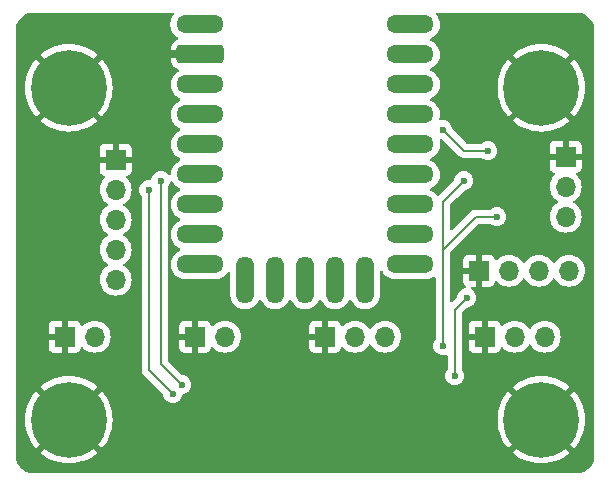
<source format=gbr>
%TF.GenerationSoftware,KiCad,Pcbnew,8.0.5*%
%TF.CreationDate,2024-09-18T02:34:05+09:00*%
%TF.ProjectId,MIDI_Pedal,4d494449-5f50-4656-9461-6c2e6b696361,rev?*%
%TF.SameCoordinates,Original*%
%TF.FileFunction,Copper,L2,Bot*%
%TF.FilePolarity,Positive*%
%FSLAX46Y46*%
G04 Gerber Fmt 4.6, Leading zero omitted, Abs format (unit mm)*
G04 Created by KiCad (PCBNEW 8.0.5) date 2024-09-18 02:34:05*
%MOMM*%
%LPD*%
G01*
G04 APERTURE LIST*
G04 Aperture macros list*
%AMRoundRect*
0 Rectangle with rounded corners*
0 $1 Rounding radius*
0 $2 $3 $4 $5 $6 $7 $8 $9 X,Y pos of 4 corners*
0 Add a 4 corners polygon primitive as box body*
4,1,4,$2,$3,$4,$5,$6,$7,$8,$9,$2,$3,0*
0 Add four circle primitives for the rounded corners*
1,1,$1+$1,$2,$3*
1,1,$1+$1,$4,$5*
1,1,$1+$1,$6,$7*
1,1,$1+$1,$8,$9*
0 Add four rect primitives between the rounded corners*
20,1,$1+$1,$2,$3,$4,$5,0*
20,1,$1+$1,$4,$5,$6,$7,0*
20,1,$1+$1,$6,$7,$8,$9,0*
20,1,$1+$1,$8,$9,$2,$3,0*%
G04 Aperture macros list end*
%TA.AperFunction,ComponentPad*%
%ADD10C,0.800000*%
%TD*%
%TA.AperFunction,ComponentPad*%
%ADD11C,6.400000*%
%TD*%
%TA.AperFunction,ComponentPad*%
%ADD12O,4.000000X1.500000*%
%TD*%
%TA.AperFunction,ComponentPad*%
%ADD13O,1.500000X4.000000*%
%TD*%
%TA.AperFunction,ComponentPad*%
%ADD14RoundRect,0.250000X-1.750000X-0.500000X1.750000X-0.500000X1.750000X0.500000X-1.750000X0.500000X0*%
%TD*%
%TA.AperFunction,ComponentPad*%
%ADD15R,1.700000X1.700000*%
%TD*%
%TA.AperFunction,ComponentPad*%
%ADD16O,1.700000X1.700000*%
%TD*%
%TA.AperFunction,ViaPad*%
%ADD17C,0.600000*%
%TD*%
%TA.AperFunction,Conductor*%
%ADD18C,0.700000*%
%TD*%
%TA.AperFunction,Conductor*%
%ADD19C,0.200000*%
%TD*%
G04 APERTURE END LIST*
D10*
%TO.P,H4,1,1*%
%TO.N,GND*%
X142600000Y-85000000D03*
X143302944Y-83302944D03*
X143302944Y-86697056D03*
X145000000Y-82600000D03*
D11*
X145000000Y-85000000D03*
D10*
X145000000Y-87400000D03*
X146697056Y-83302944D03*
X146697056Y-86697056D03*
X147400000Y-85000000D03*
%TD*%
%TO.P,H3,1,1*%
%TO.N,GND*%
X142600000Y-56900000D03*
X143302944Y-55202944D03*
X143302944Y-58597056D03*
X145000000Y-54500000D03*
D11*
X145000000Y-56900000D03*
D10*
X145000000Y-59300000D03*
X146697056Y-55202944D03*
X146697056Y-58597056D03*
X147400000Y-56900000D03*
%TD*%
%TO.P,H2,1,1*%
%TO.N,GND*%
X102600000Y-85000000D03*
X103302944Y-83302944D03*
X103302944Y-86697056D03*
X105000000Y-82600000D03*
D11*
X105000000Y-85000000D03*
D10*
X105000000Y-87400000D03*
X106697056Y-83302944D03*
X106697056Y-86697056D03*
X107400000Y-85000000D03*
%TD*%
%TO.P,H1,1,1*%
%TO.N,GND*%
X102600000Y-56900000D03*
X103302944Y-55202944D03*
X103302944Y-58597056D03*
X105000000Y-54500000D03*
D11*
X105000000Y-56900000D03*
D10*
X105000000Y-59300000D03*
X106697056Y-55202944D03*
X106697056Y-58597056D03*
X107400000Y-56900000D03*
%TD*%
D12*
%TO.P,U1,0,0*%
%TO.N,unconnected-(U1-Pad0)*%
X133920000Y-51540000D03*
%TO.P,U1,1,1*%
%TO.N,unconnected-(U1-Pad1)*%
X133920000Y-54080000D03*
%TO.P,U1,2,2*%
%TO.N,/I2C1_SDA*%
X133920000Y-56620000D03*
%TO.P,U1,3,3*%
%TO.N,/I2C1_SCL*%
X133920000Y-59160000D03*
%TO.P,U1,4,4*%
%TO.N,/I2C0_SDA*%
X133920000Y-61700000D03*
%TO.P,U1,5,5*%
%TO.N,/I2C0_SCL*%
X133920000Y-64240000D03*
%TO.P,U1,6,6*%
%TO.N,unconnected-(U1-Pad6)*%
X133920000Y-66780000D03*
%TO.P,U1,7,7*%
%TO.N,unconnected-(U1-Pad7)*%
X133920000Y-69320000D03*
%TO.P,U1,8,8*%
%TO.N,unconnected-(U1-Pad8)*%
X133920000Y-71860000D03*
D13*
%TO.P,U1,9,9*%
%TO.N,/SW6_PEDAL*%
X130080000Y-73160000D03*
%TO.P,U1,10,10*%
%TO.N,/SW5_PEDAL*%
X127540000Y-73160000D03*
%TO.P,U1,11,11*%
%TO.N,/SW4_PEDAL*%
X125000000Y-73160000D03*
%TO.P,U1,12,12*%
%TO.N,/SW3_PEDAL*%
X122460000Y-73160000D03*
%TO.P,U1,13,13*%
%TO.N,/SW2_PEDAL*%
X119920000Y-73160000D03*
D12*
%TO.P,U1,14,14*%
%TO.N,/SW1_PEDAL*%
X116130000Y-71860000D03*
%TO.P,U1,15,15*%
%TO.N,/RTEN_CLK*%
X116130000Y-69320000D03*
%TO.P,U1,26,26*%
%TO.N,/RTEN_DT*%
X116130000Y-66780000D03*
%TO.P,U1,27,27*%
%TO.N,/RTEN_SW*%
X116130000Y-64240000D03*
%TO.P,U1,28,28*%
%TO.N,unconnected-(U1-Pad28)*%
X116130000Y-61700000D03*
%TO.P,U1,29,29*%
%TO.N,unconnected-(U1-Pad29)*%
X116130000Y-59160000D03*
%TO.P,U1,30,3V3*%
%TO.N,+3V3*%
X116130000Y-56620000D03*
D14*
%TO.P,U1,31,GND*%
%TO.N,GND*%
X116130000Y-54080000D03*
D12*
%TO.P,U1,32,5V*%
%TO.N,VCC*%
X116080000Y-51540000D03*
%TD*%
D15*
%TO.P,J5,1,Pin_1*%
%TO.N,GND*%
X115668000Y-77978000D03*
D16*
%TO.P,J5,2,Pin_2*%
%TO.N,/SW2_PEDAL*%
X118208000Y-77978000D03*
%TD*%
D15*
%TO.P,J7,1,Pin_1*%
%TO.N,GND*%
X140208000Y-77978000D03*
D16*
%TO.P,J7,2,Pin_2*%
%TO.N,/SW5_PEDAL*%
X142748000Y-77978000D03*
%TO.P,J7,3,Pin_3*%
%TO.N,/SW6_PEDAL*%
X145288000Y-77978000D03*
%TD*%
D15*
%TO.P,J1,1,Pin_1*%
%TO.N,GND*%
X139710000Y-72390000D03*
D16*
%TO.P,J1,2,Pin_2*%
%TO.N,VCC*%
X142250000Y-72390000D03*
%TO.P,J1,3,Pin_3*%
%TO.N,/I2C0_SCL*%
X144790000Y-72390000D03*
%TO.P,J1,4,Pin_4*%
%TO.N,/I2C0_SDA*%
X147330000Y-72390000D03*
%TD*%
D15*
%TO.P,J6,1,Pin_1*%
%TO.N,GND*%
X126688000Y-77978000D03*
D16*
%TO.P,J6,2,Pin_2*%
%TO.N,/SW3_PEDAL*%
X129228000Y-77978000D03*
%TO.P,J6,3,Pin_3*%
%TO.N,/SW4_PEDAL*%
X131768000Y-77978000D03*
%TD*%
D15*
%TO.P,J2,1,Pin_1*%
%TO.N,GND*%
X108966000Y-62992000D03*
D16*
%TO.P,J2,2,Pin_2*%
%TO.N,VCC*%
X108966000Y-65532000D03*
%TO.P,J2,3,Pin_3*%
%TO.N,/RTEN_SW*%
X108966000Y-68072000D03*
%TO.P,J2,4,Pin_4*%
%TO.N,/RTEN_DT*%
X108966000Y-70612000D03*
%TO.P,J2,5,Pin_5*%
%TO.N,/RTEN_CLK*%
X108966000Y-73152000D03*
%TD*%
D15*
%TO.P,J4,1,Pin_1*%
%TO.N,GND*%
X104648000Y-77978000D03*
D16*
%TO.P,J4,2,Pin_2*%
%TO.N,/SW1_PEDAL*%
X107188000Y-77978000D03*
%TD*%
D15*
%TO.P,J3,1,Pin_1*%
%TO.N,GND*%
X147066000Y-62738000D03*
D16*
%TO.P,J3,2,Pin_2*%
%TO.N,/EXP_PEDAL*%
X147066000Y-65278000D03*
%TO.P,J3,3,Pin_3*%
%TO.N,+3V3*%
X147066000Y-67818000D03*
%TD*%
D17*
%TO.N,GND*%
X126492000Y-84074000D03*
X139954000Y-59436000D03*
X146050000Y-74930000D03*
X134620000Y-77724000D03*
X141224000Y-81534000D03*
X129540000Y-80010000D03*
X132842000Y-87122000D03*
X109728000Y-53594000D03*
X102362000Y-64516000D03*
X106172000Y-68072000D03*
X102362000Y-74168000D03*
X109474000Y-81026000D03*
X121158000Y-85852000D03*
X120650000Y-79756000D03*
X112522000Y-87122000D03*
X112776000Y-55118000D03*
%TO.N,VCC*%
X138684000Y-74676000D03*
X137668000Y-81280000D03*
X113792000Y-82804000D03*
X111760000Y-65532000D03*
%TO.N,+3V3*%
X141224000Y-67818000D03*
X136652000Y-78740000D03*
X114554000Y-82042000D03*
X112776000Y-64770000D03*
%TO.N,GND*%
X144272000Y-61468000D03*
X144780000Y-64770000D03*
X138684000Y-66548000D03*
%TO.N,/I2C1_SCL*%
X140462000Y-62230000D03*
X136652000Y-60452000D03*
%TO.N,+3V3*%
X138430000Y-64770000D03*
%TD*%
D18*
%TO.N,GND*%
X117380000Y-54080000D02*
X113306000Y-54080000D01*
D19*
%TO.N,VCC*%
X137668000Y-75692000D02*
X138684000Y-74676000D01*
X111760000Y-80772000D02*
X111760000Y-65532000D01*
X113792000Y-82804000D02*
X111760000Y-80772000D01*
%TO.N,+3V3*%
X112776000Y-80264000D02*
X114554000Y-82042000D01*
X112776000Y-64770000D02*
X112776000Y-80264000D01*
%TO.N,/I2C1_SCL*%
X138430000Y-62230000D02*
X140462000Y-62230000D01*
X136652000Y-60452000D02*
X138430000Y-62230000D01*
%TO.N,+3V3*%
X136652000Y-70612000D02*
X139446000Y-67818000D01*
X139446000Y-67818000D02*
X141224000Y-67818000D01*
%TO.N,VCC*%
X137668000Y-81280000D02*
X137668000Y-75692000D01*
%TO.N,+3V3*%
X136652000Y-78740000D02*
X136652000Y-71120000D01*
X136652000Y-71120000D02*
X136652000Y-70612000D01*
X136652000Y-71120000D02*
X136652000Y-66548000D01*
X136652000Y-66548000D02*
X138430000Y-64770000D01*
%TD*%
%TA.AperFunction,Conductor*%
%TO.N,GND*%
G36*
X113835605Y-50558185D02*
G01*
X113881360Y-50610989D01*
X113891304Y-50680147D01*
X113868884Y-50735383D01*
X113838983Y-50776540D01*
X113760476Y-50884594D01*
X113671117Y-51059970D01*
X113610290Y-51247173D01*
X113579500Y-51441577D01*
X113579500Y-51638422D01*
X113610290Y-51832826D01*
X113671117Y-52020029D01*
X113760476Y-52195405D01*
X113876172Y-52354646D01*
X114015354Y-52493828D01*
X114174595Y-52609524D01*
X114205483Y-52625262D01*
X114256279Y-52673235D01*
X114273075Y-52741056D01*
X114250539Y-52807191D01*
X114195824Y-52850643D01*
X114188194Y-52853453D01*
X114060878Y-52895642D01*
X114060875Y-52895643D01*
X113911654Y-52987684D01*
X113787684Y-53111654D01*
X113695643Y-53260875D01*
X113695641Y-53260880D01*
X113640494Y-53427302D01*
X113640493Y-53427309D01*
X113630000Y-53530013D01*
X113630000Y-54629971D01*
X113630001Y-54629987D01*
X113640494Y-54732697D01*
X113695641Y-54899119D01*
X113695643Y-54899124D01*
X113787684Y-55048345D01*
X113911654Y-55172315D01*
X114060875Y-55264356D01*
X114060880Y-55264358D01*
X114218490Y-55316585D01*
X114275935Y-55356358D01*
X114302758Y-55420873D01*
X114290443Y-55489649D01*
X114242900Y-55540849D01*
X114235784Y-55544774D01*
X114224597Y-55550474D01*
X114144974Y-55608324D01*
X114065354Y-55666172D01*
X114065352Y-55666174D01*
X114065351Y-55666174D01*
X113926174Y-55805351D01*
X113926174Y-55805352D01*
X113926172Y-55805354D01*
X113888162Y-55857670D01*
X113810476Y-55964594D01*
X113721117Y-56139970D01*
X113660290Y-56327173D01*
X113629500Y-56521577D01*
X113629500Y-56718422D01*
X113660290Y-56912826D01*
X113721117Y-57100029D01*
X113799342Y-57253553D01*
X113810476Y-57275405D01*
X113926172Y-57434646D01*
X114065354Y-57573828D01*
X114224595Y-57689524D01*
X114347992Y-57752397D01*
X114401213Y-57779515D01*
X114452009Y-57827489D01*
X114468804Y-57895310D01*
X114446267Y-57961445D01*
X114401213Y-58000485D01*
X114224594Y-58090476D01*
X114133741Y-58156485D01*
X114065354Y-58206172D01*
X114065352Y-58206174D01*
X114065351Y-58206174D01*
X113926174Y-58345351D01*
X113926174Y-58345352D01*
X113926172Y-58345354D01*
X113898981Y-58382779D01*
X113810476Y-58504594D01*
X113721117Y-58679970D01*
X113660290Y-58867173D01*
X113629500Y-59061577D01*
X113629500Y-59258422D01*
X113660290Y-59452826D01*
X113721117Y-59640029D01*
X113773274Y-59742392D01*
X113810476Y-59815405D01*
X113926172Y-59974646D01*
X114065354Y-60113828D01*
X114224595Y-60229524D01*
X114309418Y-60272743D01*
X114401213Y-60319515D01*
X114452009Y-60367489D01*
X114468804Y-60435310D01*
X114446267Y-60501445D01*
X114401213Y-60540485D01*
X114224594Y-60630476D01*
X114169680Y-60670374D01*
X114065354Y-60746172D01*
X114065352Y-60746174D01*
X114065351Y-60746174D01*
X113926174Y-60885351D01*
X113926174Y-60885352D01*
X113926172Y-60885354D01*
X113876485Y-60953741D01*
X113810476Y-61044594D01*
X113721117Y-61219970D01*
X113660290Y-61407173D01*
X113629500Y-61601577D01*
X113629500Y-61798422D01*
X113660290Y-61992826D01*
X113721117Y-62180029D01*
X113801557Y-62337901D01*
X113810476Y-62355405D01*
X113926172Y-62514646D01*
X114065354Y-62653828D01*
X114224595Y-62769524D01*
X114291917Y-62803826D01*
X114401213Y-62859515D01*
X114452009Y-62907489D01*
X114468804Y-62975310D01*
X114446267Y-63041445D01*
X114401213Y-63080485D01*
X114224594Y-63170476D01*
X114133741Y-63236485D01*
X114065354Y-63286172D01*
X114065352Y-63286174D01*
X114065351Y-63286174D01*
X113926174Y-63425351D01*
X113926174Y-63425352D01*
X113926172Y-63425354D01*
X113902508Y-63457925D01*
X113810476Y-63584594D01*
X113721117Y-63759970D01*
X113660290Y-63947173D01*
X113629500Y-64141577D01*
X113629500Y-64193857D01*
X113609815Y-64260896D01*
X113557011Y-64306651D01*
X113487853Y-64316595D01*
X113424297Y-64287570D01*
X113408556Y-64271174D01*
X113405814Y-64267736D01*
X113278262Y-64140184D01*
X113125523Y-64044211D01*
X112955254Y-63984631D01*
X112955249Y-63984630D01*
X112776004Y-63964435D01*
X112775996Y-63964435D01*
X112596750Y-63984630D01*
X112596745Y-63984631D01*
X112426476Y-64044211D01*
X112273737Y-64140184D01*
X112146184Y-64267737D01*
X112050210Y-64420478D01*
X111990630Y-64590750D01*
X111986526Y-64627175D01*
X111959458Y-64691588D01*
X111901862Y-64731142D01*
X111849424Y-64736509D01*
X111760005Y-64726435D01*
X111759996Y-64726435D01*
X111580750Y-64746630D01*
X111580745Y-64746631D01*
X111410476Y-64806211D01*
X111257737Y-64902184D01*
X111130184Y-65029737D01*
X111034211Y-65182476D01*
X110974631Y-65352745D01*
X110974630Y-65352750D01*
X110954435Y-65531996D01*
X110954435Y-65532003D01*
X110974630Y-65711249D01*
X110974631Y-65711254D01*
X111034211Y-65881523D01*
X111080902Y-65955830D01*
X111109175Y-66000827D01*
X111130185Y-66034263D01*
X111132445Y-66037097D01*
X111133334Y-66039275D01*
X111133889Y-66040158D01*
X111133734Y-66040255D01*
X111158855Y-66101783D01*
X111159500Y-66114412D01*
X111159500Y-80685330D01*
X111159499Y-80685348D01*
X111159499Y-80851054D01*
X111159498Y-80851054D01*
X111200423Y-81003785D01*
X111229358Y-81053900D01*
X111229359Y-81053904D01*
X111229360Y-81053904D01*
X111279479Y-81140714D01*
X111279481Y-81140717D01*
X111398349Y-81259585D01*
X111398355Y-81259590D01*
X112961298Y-82822533D01*
X112994783Y-82883856D01*
X112996837Y-82896330D01*
X113006630Y-82983249D01*
X113066210Y-83153521D01*
X113162184Y-83306262D01*
X113289738Y-83433816D01*
X113442478Y-83529789D01*
X113612745Y-83589368D01*
X113612750Y-83589369D01*
X113791996Y-83609565D01*
X113792000Y-83609565D01*
X113792004Y-83609565D01*
X113971249Y-83589369D01*
X113971252Y-83589368D01*
X113971255Y-83589368D01*
X114141522Y-83529789D01*
X114294262Y-83433816D01*
X114421816Y-83306262D01*
X114517789Y-83153522D01*
X114577368Y-82983255D01*
X114577369Y-82983249D01*
X114582082Y-82941420D01*
X114609148Y-82877005D01*
X114666742Y-82837450D01*
X114691420Y-82832082D01*
X114733249Y-82827369D01*
X114733252Y-82827368D01*
X114733255Y-82827368D01*
X114903522Y-82767789D01*
X115056262Y-82671816D01*
X115183816Y-82544262D01*
X115279789Y-82391522D01*
X115339368Y-82221255D01*
X115340513Y-82211095D01*
X115359565Y-82042003D01*
X115359565Y-82041996D01*
X115339369Y-81862750D01*
X115339368Y-81862745D01*
X115279788Y-81692476D01*
X115183815Y-81539737D01*
X115056262Y-81412184D01*
X114903521Y-81316210D01*
X114733249Y-81256630D01*
X114646331Y-81246837D01*
X114581917Y-81219770D01*
X114572534Y-81211298D01*
X113412819Y-80051583D01*
X113379334Y-79990260D01*
X113376500Y-79963902D01*
X113376500Y-77080155D01*
X114318000Y-77080155D01*
X114318000Y-77728000D01*
X115234988Y-77728000D01*
X115202075Y-77785007D01*
X115168000Y-77912174D01*
X115168000Y-78043826D01*
X115202075Y-78170993D01*
X115234988Y-78228000D01*
X114318000Y-78228000D01*
X114318000Y-78875844D01*
X114324401Y-78935372D01*
X114324403Y-78935379D01*
X114374645Y-79070086D01*
X114374649Y-79070093D01*
X114460809Y-79185187D01*
X114460812Y-79185190D01*
X114575906Y-79271350D01*
X114575913Y-79271354D01*
X114710620Y-79321596D01*
X114710627Y-79321598D01*
X114770155Y-79327999D01*
X114770172Y-79328000D01*
X115418000Y-79328000D01*
X115418000Y-78411012D01*
X115475007Y-78443925D01*
X115602174Y-78478000D01*
X115733826Y-78478000D01*
X115860993Y-78443925D01*
X115918000Y-78411012D01*
X115918000Y-79328000D01*
X116565828Y-79328000D01*
X116565844Y-79327999D01*
X116625372Y-79321598D01*
X116625379Y-79321596D01*
X116760086Y-79271354D01*
X116760093Y-79271350D01*
X116875187Y-79185190D01*
X116875190Y-79185187D01*
X116961350Y-79070093D01*
X116961354Y-79070086D01*
X117010422Y-78938529D01*
X117052293Y-78882595D01*
X117117757Y-78858178D01*
X117186030Y-78873030D01*
X117214285Y-78894181D01*
X117336599Y-79016495D01*
X117413135Y-79070086D01*
X117530165Y-79152032D01*
X117530167Y-79152033D01*
X117530170Y-79152035D01*
X117744337Y-79251903D01*
X117972592Y-79313063D01*
X118143319Y-79328000D01*
X118207999Y-79333659D01*
X118208000Y-79333659D01*
X118208001Y-79333659D01*
X118272681Y-79328000D01*
X118443408Y-79313063D01*
X118671663Y-79251903D01*
X118885830Y-79152035D01*
X119079401Y-79016495D01*
X119246495Y-78849401D01*
X119382035Y-78655830D01*
X119481903Y-78441663D01*
X119543063Y-78213408D01*
X119563659Y-77978000D01*
X119543063Y-77742592D01*
X119481903Y-77514337D01*
X119382035Y-77300171D01*
X119376425Y-77292158D01*
X119246494Y-77106597D01*
X119220052Y-77080155D01*
X125338000Y-77080155D01*
X125338000Y-77728000D01*
X126254988Y-77728000D01*
X126222075Y-77785007D01*
X126188000Y-77912174D01*
X126188000Y-78043826D01*
X126222075Y-78170993D01*
X126254988Y-78228000D01*
X125338000Y-78228000D01*
X125338000Y-78875844D01*
X125344401Y-78935372D01*
X125344403Y-78935379D01*
X125394645Y-79070086D01*
X125394649Y-79070093D01*
X125480809Y-79185187D01*
X125480812Y-79185190D01*
X125595906Y-79271350D01*
X125595913Y-79271354D01*
X125730620Y-79321596D01*
X125730627Y-79321598D01*
X125790155Y-79327999D01*
X125790172Y-79328000D01*
X126438000Y-79328000D01*
X126438000Y-78411012D01*
X126495007Y-78443925D01*
X126622174Y-78478000D01*
X126753826Y-78478000D01*
X126880993Y-78443925D01*
X126938000Y-78411012D01*
X126938000Y-79328000D01*
X127585828Y-79328000D01*
X127585844Y-79327999D01*
X127645372Y-79321598D01*
X127645379Y-79321596D01*
X127780086Y-79271354D01*
X127780093Y-79271350D01*
X127895187Y-79185190D01*
X127895190Y-79185187D01*
X127981350Y-79070093D01*
X127981354Y-79070086D01*
X128030422Y-78938529D01*
X128072293Y-78882595D01*
X128137757Y-78858178D01*
X128206030Y-78873030D01*
X128234285Y-78894181D01*
X128356599Y-79016495D01*
X128433135Y-79070086D01*
X128550165Y-79152032D01*
X128550167Y-79152033D01*
X128550170Y-79152035D01*
X128764337Y-79251903D01*
X128992592Y-79313063D01*
X129163319Y-79328000D01*
X129227999Y-79333659D01*
X129228000Y-79333659D01*
X129228001Y-79333659D01*
X129292681Y-79328000D01*
X129463408Y-79313063D01*
X129691663Y-79251903D01*
X129905830Y-79152035D01*
X130099401Y-79016495D01*
X130266495Y-78849401D01*
X130396425Y-78663842D01*
X130451002Y-78620217D01*
X130520500Y-78613023D01*
X130582855Y-78644546D01*
X130599575Y-78663842D01*
X130729500Y-78849395D01*
X130729505Y-78849401D01*
X130896599Y-79016495D01*
X130973135Y-79070086D01*
X131090165Y-79152032D01*
X131090167Y-79152033D01*
X131090170Y-79152035D01*
X131304337Y-79251903D01*
X131532592Y-79313063D01*
X131703319Y-79328000D01*
X131767999Y-79333659D01*
X131768000Y-79333659D01*
X131768001Y-79333659D01*
X131832681Y-79328000D01*
X132003408Y-79313063D01*
X132231663Y-79251903D01*
X132445830Y-79152035D01*
X132639401Y-79016495D01*
X132806495Y-78849401D01*
X132942035Y-78655830D01*
X133041903Y-78441663D01*
X133103063Y-78213408D01*
X133123659Y-77978000D01*
X133103063Y-77742592D01*
X133041903Y-77514337D01*
X132942035Y-77300171D01*
X132936425Y-77292158D01*
X132806494Y-77106597D01*
X132639402Y-76939506D01*
X132639395Y-76939501D01*
X132445834Y-76803967D01*
X132445830Y-76803965D01*
X132374727Y-76770809D01*
X132231663Y-76704097D01*
X132231659Y-76704096D01*
X132231655Y-76704094D01*
X132003413Y-76642938D01*
X132003403Y-76642936D01*
X131768001Y-76622341D01*
X131767999Y-76622341D01*
X131532596Y-76642936D01*
X131532586Y-76642938D01*
X131304344Y-76704094D01*
X131304335Y-76704098D01*
X131090171Y-76803964D01*
X131090169Y-76803965D01*
X130896597Y-76939505D01*
X130729505Y-77106597D01*
X130599575Y-77292158D01*
X130544998Y-77335783D01*
X130475500Y-77342977D01*
X130413145Y-77311454D01*
X130396425Y-77292158D01*
X130266494Y-77106597D01*
X130099402Y-76939506D01*
X130099395Y-76939501D01*
X129905834Y-76803967D01*
X129905830Y-76803965D01*
X129834727Y-76770809D01*
X129691663Y-76704097D01*
X129691659Y-76704096D01*
X129691655Y-76704094D01*
X129463413Y-76642938D01*
X129463403Y-76642936D01*
X129228001Y-76622341D01*
X129227999Y-76622341D01*
X128992596Y-76642936D01*
X128992586Y-76642938D01*
X128764344Y-76704094D01*
X128764335Y-76704098D01*
X128550171Y-76803964D01*
X128550169Y-76803965D01*
X128356600Y-76939503D01*
X128234284Y-77061819D01*
X128172961Y-77095303D01*
X128103269Y-77090319D01*
X128047336Y-77048447D01*
X128030421Y-77017470D01*
X127981354Y-76885913D01*
X127981350Y-76885906D01*
X127895190Y-76770812D01*
X127895187Y-76770809D01*
X127780093Y-76684649D01*
X127780086Y-76684645D01*
X127645379Y-76634403D01*
X127645372Y-76634401D01*
X127585844Y-76628000D01*
X126938000Y-76628000D01*
X126938000Y-77544988D01*
X126880993Y-77512075D01*
X126753826Y-77478000D01*
X126622174Y-77478000D01*
X126495007Y-77512075D01*
X126438000Y-77544988D01*
X126438000Y-76628000D01*
X125790155Y-76628000D01*
X125730627Y-76634401D01*
X125730620Y-76634403D01*
X125595913Y-76684645D01*
X125595906Y-76684649D01*
X125480812Y-76770809D01*
X125480809Y-76770812D01*
X125394649Y-76885906D01*
X125394645Y-76885913D01*
X125344403Y-77020620D01*
X125344401Y-77020627D01*
X125338000Y-77080155D01*
X119220052Y-77080155D01*
X119079402Y-76939506D01*
X119079395Y-76939501D01*
X118885834Y-76803967D01*
X118885830Y-76803965D01*
X118814727Y-76770809D01*
X118671663Y-76704097D01*
X118671659Y-76704096D01*
X118671655Y-76704094D01*
X118443413Y-76642938D01*
X118443403Y-76642936D01*
X118208001Y-76622341D01*
X118207999Y-76622341D01*
X117972596Y-76642936D01*
X117972586Y-76642938D01*
X117744344Y-76704094D01*
X117744335Y-76704098D01*
X117530171Y-76803964D01*
X117530169Y-76803965D01*
X117336600Y-76939503D01*
X117214284Y-77061819D01*
X117152961Y-77095303D01*
X117083269Y-77090319D01*
X117027336Y-77048447D01*
X117010421Y-77017470D01*
X116961354Y-76885913D01*
X116961350Y-76885906D01*
X116875190Y-76770812D01*
X116875187Y-76770809D01*
X116760093Y-76684649D01*
X116760086Y-76684645D01*
X116625379Y-76634403D01*
X116625372Y-76634401D01*
X116565844Y-76628000D01*
X115918000Y-76628000D01*
X115918000Y-77544988D01*
X115860993Y-77512075D01*
X115733826Y-77478000D01*
X115602174Y-77478000D01*
X115475007Y-77512075D01*
X115418000Y-77544988D01*
X115418000Y-76628000D01*
X114770155Y-76628000D01*
X114710627Y-76634401D01*
X114710620Y-76634403D01*
X114575913Y-76684645D01*
X114575906Y-76684649D01*
X114460812Y-76770809D01*
X114460809Y-76770812D01*
X114374649Y-76885906D01*
X114374645Y-76885913D01*
X114324403Y-77020620D01*
X114324401Y-77020627D01*
X114318000Y-77080155D01*
X113376500Y-77080155D01*
X113376500Y-65352412D01*
X113396185Y-65285373D01*
X113403555Y-65275097D01*
X113405810Y-65272267D01*
X113405816Y-65272262D01*
X113501789Y-65119522D01*
X113561368Y-64949255D01*
X113565213Y-64915133D01*
X113592279Y-64850719D01*
X113649873Y-64811164D01*
X113719710Y-64809025D01*
X113779617Y-64844983D01*
X113798917Y-64872720D01*
X113810476Y-64895405D01*
X113926172Y-65054646D01*
X114065354Y-65193828D01*
X114224595Y-65309524D01*
X114347992Y-65372397D01*
X114401213Y-65399515D01*
X114452009Y-65447489D01*
X114468804Y-65515310D01*
X114446267Y-65581445D01*
X114401213Y-65620485D01*
X114224594Y-65710476D01*
X114146242Y-65767403D01*
X114065354Y-65826172D01*
X114065352Y-65826174D01*
X114065351Y-65826174D01*
X113926174Y-65965351D01*
X113926174Y-65965352D01*
X113926172Y-65965354D01*
X113901434Y-65999403D01*
X113810476Y-66124594D01*
X113721117Y-66299970D01*
X113660290Y-66487173D01*
X113629500Y-66681577D01*
X113629500Y-66878422D01*
X113660290Y-67072826D01*
X113721117Y-67260029D01*
X113789465Y-67394169D01*
X113810476Y-67435405D01*
X113926172Y-67594646D01*
X114065354Y-67733828D01*
X114224595Y-67849524D01*
X114347992Y-67912397D01*
X114401213Y-67939515D01*
X114452009Y-67987489D01*
X114468804Y-68055310D01*
X114446267Y-68121445D01*
X114401213Y-68160485D01*
X114224594Y-68250476D01*
X114146242Y-68307403D01*
X114065354Y-68366172D01*
X114065352Y-68366174D01*
X114065351Y-68366174D01*
X113926174Y-68505351D01*
X113926174Y-68505352D01*
X113926172Y-68505354D01*
X113898248Y-68543788D01*
X113810476Y-68664594D01*
X113721117Y-68839970D01*
X113660290Y-69027173D01*
X113629500Y-69221577D01*
X113629500Y-69418422D01*
X113660290Y-69612826D01*
X113721117Y-69800029D01*
X113789465Y-69934169D01*
X113810476Y-69975405D01*
X113926172Y-70134646D01*
X114065354Y-70273828D01*
X114224595Y-70389524D01*
X114347992Y-70452397D01*
X114401213Y-70479515D01*
X114452009Y-70527489D01*
X114468804Y-70595310D01*
X114446267Y-70661445D01*
X114401213Y-70700485D01*
X114224594Y-70790476D01*
X114149470Y-70845058D01*
X114065354Y-70906172D01*
X114065352Y-70906174D01*
X114065351Y-70906174D01*
X113926174Y-71045351D01*
X113926174Y-71045352D01*
X113926172Y-71045354D01*
X113903447Y-71076632D01*
X113810476Y-71204594D01*
X113721117Y-71379970D01*
X113660290Y-71567173D01*
X113629500Y-71761577D01*
X113629500Y-71958422D01*
X113660290Y-72152826D01*
X113721117Y-72340029D01*
X113789465Y-72474169D01*
X113810476Y-72515405D01*
X113926172Y-72674646D01*
X114065354Y-72813828D01*
X114224595Y-72929524D01*
X114266258Y-72950752D01*
X114399970Y-73018882D01*
X114399972Y-73018882D01*
X114399975Y-73018884D01*
X114441010Y-73032217D01*
X114587173Y-73079709D01*
X114781578Y-73110500D01*
X114781583Y-73110500D01*
X117478422Y-73110500D01*
X117672826Y-73079709D01*
X117709373Y-73067834D01*
X117860025Y-73018884D01*
X118035405Y-72929524D01*
X118194646Y-72813828D01*
X118333828Y-72674646D01*
X118445182Y-72521380D01*
X118500512Y-72478716D01*
X118570126Y-72472737D01*
X118631921Y-72505343D01*
X118666278Y-72566182D01*
X118669500Y-72594267D01*
X118669500Y-74508422D01*
X118700290Y-74702826D01*
X118761117Y-74890029D01*
X118830155Y-75025523D01*
X118850476Y-75065405D01*
X118966172Y-75224646D01*
X119105354Y-75363828D01*
X119264595Y-75479524D01*
X119347455Y-75521743D01*
X119439970Y-75568882D01*
X119439972Y-75568882D01*
X119439975Y-75568884D01*
X119540317Y-75601487D01*
X119627173Y-75629709D01*
X119821578Y-75660500D01*
X119821583Y-75660500D01*
X120018422Y-75660500D01*
X120212826Y-75629709D01*
X120400025Y-75568884D01*
X120575405Y-75479524D01*
X120734646Y-75363828D01*
X120873828Y-75224646D01*
X120989524Y-75065405D01*
X121009845Y-75025522D01*
X121079515Y-74888787D01*
X121127489Y-74837990D01*
X121195310Y-74821195D01*
X121261445Y-74843732D01*
X121300485Y-74888787D01*
X121390474Y-75065403D01*
X121397508Y-75075084D01*
X121506172Y-75224646D01*
X121645354Y-75363828D01*
X121804595Y-75479524D01*
X121887455Y-75521743D01*
X121979970Y-75568882D01*
X121979972Y-75568882D01*
X121979975Y-75568884D01*
X122080317Y-75601487D01*
X122167173Y-75629709D01*
X122361578Y-75660500D01*
X122361583Y-75660500D01*
X122558422Y-75660500D01*
X122752826Y-75629709D01*
X122940025Y-75568884D01*
X123115405Y-75479524D01*
X123274646Y-75363828D01*
X123413828Y-75224646D01*
X123529524Y-75065405D01*
X123549845Y-75025522D01*
X123619515Y-74888787D01*
X123667489Y-74837990D01*
X123735310Y-74821195D01*
X123801445Y-74843732D01*
X123840485Y-74888787D01*
X123930474Y-75065403D01*
X123937508Y-75075084D01*
X124046172Y-75224646D01*
X124185354Y-75363828D01*
X124344595Y-75479524D01*
X124427455Y-75521743D01*
X124519970Y-75568882D01*
X124519972Y-75568882D01*
X124519975Y-75568884D01*
X124620317Y-75601487D01*
X124707173Y-75629709D01*
X124901578Y-75660500D01*
X124901583Y-75660500D01*
X125098422Y-75660500D01*
X125292826Y-75629709D01*
X125480025Y-75568884D01*
X125655405Y-75479524D01*
X125814646Y-75363828D01*
X125953828Y-75224646D01*
X126069524Y-75065405D01*
X126089845Y-75025522D01*
X126159515Y-74888787D01*
X126207489Y-74837990D01*
X126275310Y-74821195D01*
X126341445Y-74843732D01*
X126380485Y-74888787D01*
X126470474Y-75065403D01*
X126477508Y-75075084D01*
X126586172Y-75224646D01*
X126725354Y-75363828D01*
X126884595Y-75479524D01*
X126967455Y-75521743D01*
X127059970Y-75568882D01*
X127059972Y-75568882D01*
X127059975Y-75568884D01*
X127160317Y-75601487D01*
X127247173Y-75629709D01*
X127441578Y-75660500D01*
X127441583Y-75660500D01*
X127638422Y-75660500D01*
X127832826Y-75629709D01*
X128020025Y-75568884D01*
X128195405Y-75479524D01*
X128354646Y-75363828D01*
X128493828Y-75224646D01*
X128609524Y-75065405D01*
X128629845Y-75025522D01*
X128699515Y-74888787D01*
X128747489Y-74837990D01*
X128815310Y-74821195D01*
X128881445Y-74843732D01*
X128920485Y-74888787D01*
X129010474Y-75065403D01*
X129017508Y-75075084D01*
X129126172Y-75224646D01*
X129265354Y-75363828D01*
X129424595Y-75479524D01*
X129507455Y-75521743D01*
X129599970Y-75568882D01*
X129599972Y-75568882D01*
X129599975Y-75568884D01*
X129700317Y-75601487D01*
X129787173Y-75629709D01*
X129981578Y-75660500D01*
X129981583Y-75660500D01*
X130178422Y-75660500D01*
X130372826Y-75629709D01*
X130560025Y-75568884D01*
X130735405Y-75479524D01*
X130894646Y-75363828D01*
X131033828Y-75224646D01*
X131149524Y-75065405D01*
X131238884Y-74890025D01*
X131299709Y-74702826D01*
X131303958Y-74676000D01*
X131330500Y-74508422D01*
X131330500Y-72502044D01*
X131350185Y-72435005D01*
X131402989Y-72389250D01*
X131472147Y-72379306D01*
X131535703Y-72408331D01*
X131564985Y-72445750D01*
X131600474Y-72515403D01*
X131635234Y-72563246D01*
X131716172Y-72674646D01*
X131855354Y-72813828D01*
X132014595Y-72929524D01*
X132056258Y-72950752D01*
X132189970Y-73018882D01*
X132189972Y-73018882D01*
X132189975Y-73018884D01*
X132231010Y-73032217D01*
X132377173Y-73079709D01*
X132571578Y-73110500D01*
X132571583Y-73110500D01*
X135268422Y-73110500D01*
X135462826Y-73079709D01*
X135499373Y-73067834D01*
X135650025Y-73018884D01*
X135825405Y-72929524D01*
X135854614Y-72908301D01*
X135920420Y-72884822D01*
X135988474Y-72900647D01*
X136037169Y-72950752D01*
X136051500Y-73008620D01*
X136051500Y-78157587D01*
X136031815Y-78224626D01*
X136024450Y-78234896D01*
X136022186Y-78237734D01*
X135926211Y-78390476D01*
X135866631Y-78560745D01*
X135866630Y-78560750D01*
X135846435Y-78739996D01*
X135846435Y-78740003D01*
X135866630Y-78919249D01*
X135866631Y-78919254D01*
X135926211Y-79089523D01*
X135986321Y-79185187D01*
X136022184Y-79242262D01*
X136149738Y-79369816D01*
X136302478Y-79465789D01*
X136472739Y-79525366D01*
X136472745Y-79525368D01*
X136472750Y-79525369D01*
X136651996Y-79545565D01*
X136652000Y-79545565D01*
X136652004Y-79545565D01*
X136831249Y-79525369D01*
X136831251Y-79525368D01*
X136831255Y-79525368D01*
X136831258Y-79525366D01*
X136831262Y-79525366D01*
X136902545Y-79500423D01*
X136972323Y-79496860D01*
X137032951Y-79531589D01*
X137065179Y-79593582D01*
X137067500Y-79617464D01*
X137067500Y-80697587D01*
X137047815Y-80764626D01*
X137040450Y-80774896D01*
X137038186Y-80777734D01*
X136942211Y-80930476D01*
X136882631Y-81100745D01*
X136882630Y-81100750D01*
X136862435Y-81279996D01*
X136862435Y-81280003D01*
X136882630Y-81459249D01*
X136882631Y-81459254D01*
X136942211Y-81629523D01*
X136981769Y-81692478D01*
X137038184Y-81782262D01*
X137165738Y-81909816D01*
X137318478Y-82005789D01*
X137421952Y-82041996D01*
X137488745Y-82065368D01*
X137488750Y-82065369D01*
X137667996Y-82085565D01*
X137668000Y-82085565D01*
X137668004Y-82085565D01*
X137847249Y-82065369D01*
X137847252Y-82065368D01*
X137847255Y-82065368D01*
X138017522Y-82005789D01*
X138170262Y-81909816D01*
X138297816Y-81782262D01*
X138393789Y-81629522D01*
X138453368Y-81459255D01*
X138458672Y-81412184D01*
X138473565Y-81280003D01*
X138473565Y-81279996D01*
X138453369Y-81100750D01*
X138453368Y-81100745D01*
X138393788Y-80930476D01*
X138343885Y-80851057D01*
X138297816Y-80777738D01*
X138297814Y-80777736D01*
X138297813Y-80777734D01*
X138295550Y-80774896D01*
X138294659Y-80772715D01*
X138294111Y-80771842D01*
X138294264Y-80771745D01*
X138269144Y-80710209D01*
X138268500Y-80697587D01*
X138268500Y-77080155D01*
X138858000Y-77080155D01*
X138858000Y-77728000D01*
X139774988Y-77728000D01*
X139742075Y-77785007D01*
X139708000Y-77912174D01*
X139708000Y-78043826D01*
X139742075Y-78170993D01*
X139774988Y-78228000D01*
X138858000Y-78228000D01*
X138858000Y-78875844D01*
X138864401Y-78935372D01*
X138864403Y-78935379D01*
X138914645Y-79070086D01*
X138914649Y-79070093D01*
X139000809Y-79185187D01*
X139000812Y-79185190D01*
X139115906Y-79271350D01*
X139115913Y-79271354D01*
X139250620Y-79321596D01*
X139250627Y-79321598D01*
X139310155Y-79327999D01*
X139310172Y-79328000D01*
X139958000Y-79328000D01*
X139958000Y-78411012D01*
X140015007Y-78443925D01*
X140142174Y-78478000D01*
X140273826Y-78478000D01*
X140400993Y-78443925D01*
X140458000Y-78411012D01*
X140458000Y-79328000D01*
X141105828Y-79328000D01*
X141105844Y-79327999D01*
X141165372Y-79321598D01*
X141165379Y-79321596D01*
X141300086Y-79271354D01*
X141300093Y-79271350D01*
X141415187Y-79185190D01*
X141415190Y-79185187D01*
X141501350Y-79070093D01*
X141501354Y-79070086D01*
X141550422Y-78938529D01*
X141592293Y-78882595D01*
X141657757Y-78858178D01*
X141726030Y-78873030D01*
X141754285Y-78894181D01*
X141876599Y-79016495D01*
X141953135Y-79070086D01*
X142070165Y-79152032D01*
X142070167Y-79152033D01*
X142070170Y-79152035D01*
X142284337Y-79251903D01*
X142512592Y-79313063D01*
X142683319Y-79328000D01*
X142747999Y-79333659D01*
X142748000Y-79333659D01*
X142748001Y-79333659D01*
X142812681Y-79328000D01*
X142983408Y-79313063D01*
X143211663Y-79251903D01*
X143425830Y-79152035D01*
X143619401Y-79016495D01*
X143786495Y-78849401D01*
X143916425Y-78663842D01*
X143971002Y-78620217D01*
X144040500Y-78613023D01*
X144102855Y-78644546D01*
X144119575Y-78663842D01*
X144249500Y-78849395D01*
X144249505Y-78849401D01*
X144416599Y-79016495D01*
X144493135Y-79070086D01*
X144610165Y-79152032D01*
X144610167Y-79152033D01*
X144610170Y-79152035D01*
X144824337Y-79251903D01*
X145052592Y-79313063D01*
X145223319Y-79328000D01*
X145287999Y-79333659D01*
X145288000Y-79333659D01*
X145288001Y-79333659D01*
X145352681Y-79328000D01*
X145523408Y-79313063D01*
X145751663Y-79251903D01*
X145965830Y-79152035D01*
X146159401Y-79016495D01*
X146326495Y-78849401D01*
X146462035Y-78655830D01*
X146561903Y-78441663D01*
X146623063Y-78213408D01*
X146643659Y-77978000D01*
X146623063Y-77742592D01*
X146561903Y-77514337D01*
X146462035Y-77300171D01*
X146456425Y-77292158D01*
X146326494Y-77106597D01*
X146159402Y-76939506D01*
X146159395Y-76939501D01*
X145965834Y-76803967D01*
X145965830Y-76803965D01*
X145894727Y-76770809D01*
X145751663Y-76704097D01*
X145751659Y-76704096D01*
X145751655Y-76704094D01*
X145523413Y-76642938D01*
X145523403Y-76642936D01*
X145288001Y-76622341D01*
X145287999Y-76622341D01*
X145052596Y-76642936D01*
X145052586Y-76642938D01*
X144824344Y-76704094D01*
X144824335Y-76704098D01*
X144610171Y-76803964D01*
X144610169Y-76803965D01*
X144416597Y-76939505D01*
X144249505Y-77106597D01*
X144119575Y-77292158D01*
X144064998Y-77335783D01*
X143995500Y-77342977D01*
X143933145Y-77311454D01*
X143916425Y-77292158D01*
X143786494Y-77106597D01*
X143619402Y-76939506D01*
X143619395Y-76939501D01*
X143425834Y-76803967D01*
X143425830Y-76803965D01*
X143354727Y-76770809D01*
X143211663Y-76704097D01*
X143211659Y-76704096D01*
X143211655Y-76704094D01*
X142983413Y-76642938D01*
X142983403Y-76642936D01*
X142748001Y-76622341D01*
X142747999Y-76622341D01*
X142512596Y-76642936D01*
X142512586Y-76642938D01*
X142284344Y-76704094D01*
X142284335Y-76704098D01*
X142070171Y-76803964D01*
X142070169Y-76803965D01*
X141876600Y-76939503D01*
X141754284Y-77061819D01*
X141692961Y-77095303D01*
X141623269Y-77090319D01*
X141567336Y-77048447D01*
X141550421Y-77017470D01*
X141501354Y-76885913D01*
X141501350Y-76885906D01*
X141415190Y-76770812D01*
X141415187Y-76770809D01*
X141300093Y-76684649D01*
X141300086Y-76684645D01*
X141165379Y-76634403D01*
X141165372Y-76634401D01*
X141105844Y-76628000D01*
X140458000Y-76628000D01*
X140458000Y-77544988D01*
X140400993Y-77512075D01*
X140273826Y-77478000D01*
X140142174Y-77478000D01*
X140015007Y-77512075D01*
X139958000Y-77544988D01*
X139958000Y-76628000D01*
X139310155Y-76628000D01*
X139250627Y-76634401D01*
X139250620Y-76634403D01*
X139115913Y-76684645D01*
X139115906Y-76684649D01*
X139000812Y-76770809D01*
X139000809Y-76770812D01*
X138914649Y-76885906D01*
X138914645Y-76885913D01*
X138864403Y-77020620D01*
X138864401Y-77020627D01*
X138858000Y-77080155D01*
X138268500Y-77080155D01*
X138268500Y-75992096D01*
X138288185Y-75925057D01*
X138304815Y-75904419D01*
X138702535Y-75506698D01*
X138763856Y-75473215D01*
X138776311Y-75471163D01*
X138863255Y-75461368D01*
X139033522Y-75401789D01*
X139186262Y-75305816D01*
X139313816Y-75178262D01*
X139409789Y-75025522D01*
X139469368Y-74855255D01*
X139469369Y-74855249D01*
X139489565Y-74676003D01*
X139489565Y-74675996D01*
X139469369Y-74496750D01*
X139469368Y-74496745D01*
X139444579Y-74425903D01*
X139409789Y-74326478D01*
X139313816Y-74173738D01*
X139186262Y-74046184D01*
X139063415Y-73968994D01*
X139017124Y-73916659D01*
X139006476Y-73847605D01*
X139034851Y-73783757D01*
X139093241Y-73745385D01*
X139129387Y-73740000D01*
X139460000Y-73740000D01*
X139460000Y-72823012D01*
X139517007Y-72855925D01*
X139644174Y-72890000D01*
X139775826Y-72890000D01*
X139902993Y-72855925D01*
X139960000Y-72823012D01*
X139960000Y-73740000D01*
X140607828Y-73740000D01*
X140607844Y-73739999D01*
X140667372Y-73733598D01*
X140667379Y-73733596D01*
X140802086Y-73683354D01*
X140802093Y-73683350D01*
X140917187Y-73597190D01*
X140917190Y-73597187D01*
X141003350Y-73482093D01*
X141003354Y-73482086D01*
X141052422Y-73350529D01*
X141094293Y-73294595D01*
X141159757Y-73270178D01*
X141228030Y-73285030D01*
X141256285Y-73306181D01*
X141378599Y-73428495D01*
X141455135Y-73482086D01*
X141572165Y-73564032D01*
X141572167Y-73564033D01*
X141572170Y-73564035D01*
X141786337Y-73663903D01*
X142014592Y-73725063D01*
X142185319Y-73740000D01*
X142249999Y-73745659D01*
X142250000Y-73745659D01*
X142250001Y-73745659D01*
X142314681Y-73740000D01*
X142485408Y-73725063D01*
X142713663Y-73663903D01*
X142927830Y-73564035D01*
X143121401Y-73428495D01*
X143288495Y-73261401D01*
X143418425Y-73075842D01*
X143473002Y-73032217D01*
X143542500Y-73025023D01*
X143604855Y-73056546D01*
X143621575Y-73075842D01*
X143751500Y-73261395D01*
X143751505Y-73261401D01*
X143918599Y-73428495D01*
X143995135Y-73482086D01*
X144112165Y-73564032D01*
X144112167Y-73564033D01*
X144112170Y-73564035D01*
X144326337Y-73663903D01*
X144554592Y-73725063D01*
X144725319Y-73740000D01*
X144789999Y-73745659D01*
X144790000Y-73745659D01*
X144790001Y-73745659D01*
X144854681Y-73740000D01*
X145025408Y-73725063D01*
X145253663Y-73663903D01*
X145467830Y-73564035D01*
X145661401Y-73428495D01*
X145828495Y-73261401D01*
X145958425Y-73075842D01*
X146013002Y-73032217D01*
X146082500Y-73025023D01*
X146144855Y-73056546D01*
X146161575Y-73075842D01*
X146291500Y-73261395D01*
X146291505Y-73261401D01*
X146458599Y-73428495D01*
X146535135Y-73482086D01*
X146652165Y-73564032D01*
X146652167Y-73564033D01*
X146652170Y-73564035D01*
X146866337Y-73663903D01*
X147094592Y-73725063D01*
X147265319Y-73740000D01*
X147329999Y-73745659D01*
X147330000Y-73745659D01*
X147330001Y-73745659D01*
X147394681Y-73740000D01*
X147565408Y-73725063D01*
X147793663Y-73663903D01*
X148007830Y-73564035D01*
X148201401Y-73428495D01*
X148368495Y-73261401D01*
X148504035Y-73067830D01*
X148603903Y-72853663D01*
X148665063Y-72625408D01*
X148685659Y-72390000D01*
X148665063Y-72154592D01*
X148603903Y-71926337D01*
X148504035Y-71712171D01*
X148498425Y-71704158D01*
X148368494Y-71518597D01*
X148201402Y-71351506D01*
X148201395Y-71351501D01*
X148007834Y-71215967D01*
X148007830Y-71215965D01*
X147983445Y-71204594D01*
X147793663Y-71116097D01*
X147793659Y-71116096D01*
X147793655Y-71116094D01*
X147565413Y-71054938D01*
X147565403Y-71054936D01*
X147330001Y-71034341D01*
X147329999Y-71034341D01*
X147094596Y-71054936D01*
X147094586Y-71054938D01*
X146866344Y-71116094D01*
X146866335Y-71116098D01*
X146652171Y-71215964D01*
X146652169Y-71215965D01*
X146458597Y-71351505D01*
X146291505Y-71518597D01*
X146161575Y-71704158D01*
X146106998Y-71747783D01*
X146037500Y-71754977D01*
X145975145Y-71723454D01*
X145958425Y-71704158D01*
X145828494Y-71518597D01*
X145661402Y-71351506D01*
X145661395Y-71351501D01*
X145467834Y-71215967D01*
X145467830Y-71215965D01*
X145443445Y-71204594D01*
X145253663Y-71116097D01*
X145253659Y-71116096D01*
X145253655Y-71116094D01*
X145025413Y-71054938D01*
X145025403Y-71054936D01*
X144790001Y-71034341D01*
X144789999Y-71034341D01*
X144554596Y-71054936D01*
X144554586Y-71054938D01*
X144326344Y-71116094D01*
X144326335Y-71116098D01*
X144112171Y-71215964D01*
X144112169Y-71215965D01*
X143918597Y-71351505D01*
X143751505Y-71518597D01*
X143621575Y-71704158D01*
X143566998Y-71747783D01*
X143497500Y-71754977D01*
X143435145Y-71723454D01*
X143418425Y-71704158D01*
X143288494Y-71518597D01*
X143121402Y-71351506D01*
X143121395Y-71351501D01*
X142927834Y-71215967D01*
X142927830Y-71215965D01*
X142903445Y-71204594D01*
X142713663Y-71116097D01*
X142713659Y-71116096D01*
X142713655Y-71116094D01*
X142485413Y-71054938D01*
X142485403Y-71054936D01*
X142250001Y-71034341D01*
X142249999Y-71034341D01*
X142014596Y-71054936D01*
X142014586Y-71054938D01*
X141786344Y-71116094D01*
X141786335Y-71116098D01*
X141572171Y-71215964D01*
X141572169Y-71215965D01*
X141378600Y-71351503D01*
X141256284Y-71473819D01*
X141194961Y-71507303D01*
X141125269Y-71502319D01*
X141069336Y-71460447D01*
X141052421Y-71429470D01*
X141003354Y-71297913D01*
X141003350Y-71297906D01*
X140917190Y-71182812D01*
X140917187Y-71182809D01*
X140802093Y-71096649D01*
X140802086Y-71096645D01*
X140667379Y-71046403D01*
X140667372Y-71046401D01*
X140607844Y-71040000D01*
X139960000Y-71040000D01*
X139960000Y-71956988D01*
X139902993Y-71924075D01*
X139775826Y-71890000D01*
X139644174Y-71890000D01*
X139517007Y-71924075D01*
X139460000Y-71956988D01*
X139460000Y-71040000D01*
X138812155Y-71040000D01*
X138752627Y-71046401D01*
X138752620Y-71046403D01*
X138617913Y-71096645D01*
X138617906Y-71096649D01*
X138502812Y-71182809D01*
X138502809Y-71182812D01*
X138416649Y-71297906D01*
X138416645Y-71297913D01*
X138366403Y-71432620D01*
X138366401Y-71432627D01*
X138360000Y-71492155D01*
X138360000Y-72140000D01*
X139276988Y-72140000D01*
X139244075Y-72197007D01*
X139210000Y-72324174D01*
X139210000Y-72455826D01*
X139244075Y-72582993D01*
X139276988Y-72640000D01*
X138360000Y-72640000D01*
X138360000Y-73287844D01*
X138366401Y-73347372D01*
X138366403Y-73347379D01*
X138416645Y-73482086D01*
X138416649Y-73482093D01*
X138502809Y-73597187D01*
X138593354Y-73664970D01*
X138635224Y-73720904D01*
X138640208Y-73790596D01*
X138606722Y-73851918D01*
X138545399Y-73885403D01*
X138532926Y-73887456D01*
X138504749Y-73890630D01*
X138504745Y-73890631D01*
X138334476Y-73950211D01*
X138181737Y-74046184D01*
X138054184Y-74173737D01*
X137958210Y-74326478D01*
X137898630Y-74496750D01*
X137888837Y-74583668D01*
X137861770Y-74648082D01*
X137853298Y-74657465D01*
X137464181Y-75046583D01*
X137402858Y-75080068D01*
X137333167Y-75075084D01*
X137277233Y-75033213D01*
X137252816Y-74967748D01*
X137252500Y-74958902D01*
X137252500Y-70912097D01*
X137272185Y-70845058D01*
X137288819Y-70824416D01*
X139658417Y-68454819D01*
X139719740Y-68421334D01*
X139746098Y-68418500D01*
X140641588Y-68418500D01*
X140708627Y-68438185D01*
X140718903Y-68445555D01*
X140721736Y-68447814D01*
X140721738Y-68447816D01*
X140813306Y-68505352D01*
X140861545Y-68535663D01*
X140874478Y-68543789D01*
X141044745Y-68603368D01*
X141044750Y-68603369D01*
X141223996Y-68623565D01*
X141224000Y-68623565D01*
X141224004Y-68623565D01*
X141403249Y-68603369D01*
X141403252Y-68603368D01*
X141403255Y-68603368D01*
X141573522Y-68543789D01*
X141726262Y-68447816D01*
X141853816Y-68320262D01*
X141949789Y-68167522D01*
X142009368Y-67997255D01*
X142009369Y-67997249D01*
X142029565Y-67818003D01*
X142029565Y-67817996D01*
X142009369Y-67638750D01*
X142009368Y-67638745D01*
X141949788Y-67468476D01*
X141903099Y-67394171D01*
X141853816Y-67315738D01*
X141726262Y-67188184D01*
X141649847Y-67140169D01*
X141573523Y-67092211D01*
X141403254Y-67032631D01*
X141403249Y-67032630D01*
X141224004Y-67012435D01*
X141223996Y-67012435D01*
X141044750Y-67032630D01*
X141044745Y-67032631D01*
X140874476Y-67092211D01*
X140721736Y-67188185D01*
X140718903Y-67190445D01*
X140716724Y-67191334D01*
X140715842Y-67191889D01*
X140715744Y-67191734D01*
X140654217Y-67216855D01*
X140641588Y-67217500D01*
X139532670Y-67217500D01*
X139532654Y-67217499D01*
X139525058Y-67217499D01*
X139366943Y-67217499D01*
X139290579Y-67237961D01*
X139214214Y-67258423D01*
X139214209Y-67258426D01*
X139077290Y-67337475D01*
X139077282Y-67337481D01*
X137464181Y-68950583D01*
X137402858Y-68984068D01*
X137333166Y-68979084D01*
X137277233Y-68937212D01*
X137252816Y-68871748D01*
X137252500Y-68862902D01*
X137252500Y-66848097D01*
X137272185Y-66781058D01*
X137288819Y-66760416D01*
X137839405Y-66209830D01*
X138448536Y-65600698D01*
X138509857Y-65567215D01*
X138522310Y-65565163D01*
X138609255Y-65555368D01*
X138779522Y-65495789D01*
X138932262Y-65399816D01*
X139054079Y-65277999D01*
X145710341Y-65277999D01*
X145710341Y-65278000D01*
X145730936Y-65513403D01*
X145730938Y-65513413D01*
X145792094Y-65741655D01*
X145792096Y-65741659D01*
X145792097Y-65741663D01*
X145857083Y-65881026D01*
X145891965Y-65955830D01*
X145891967Y-65955834D01*
X146027501Y-66149395D01*
X146027506Y-66149402D01*
X146194597Y-66316493D01*
X146194603Y-66316498D01*
X146380158Y-66446425D01*
X146423783Y-66501002D01*
X146430977Y-66570500D01*
X146399454Y-66632855D01*
X146380158Y-66649575D01*
X146194597Y-66779505D01*
X146027505Y-66946597D01*
X145891965Y-67140169D01*
X145891964Y-67140171D01*
X145792098Y-67354335D01*
X145792094Y-67354344D01*
X145730938Y-67582586D01*
X145730936Y-67582596D01*
X145710341Y-67817999D01*
X145710341Y-67818000D01*
X145730936Y-68053403D01*
X145730938Y-68053413D01*
X145792094Y-68281655D01*
X145792096Y-68281659D01*
X145792097Y-68281663D01*
X145857083Y-68421026D01*
X145891965Y-68495830D01*
X145891967Y-68495834D01*
X145981406Y-68623565D01*
X146027505Y-68689401D01*
X146194599Y-68856495D01*
X146216383Y-68871748D01*
X146388165Y-68992032D01*
X146388167Y-68992033D01*
X146388170Y-68992035D01*
X146602337Y-69091903D01*
X146830592Y-69153063D01*
X147018918Y-69169539D01*
X147065999Y-69173659D01*
X147066000Y-69173659D01*
X147066001Y-69173659D01*
X147105234Y-69170226D01*
X147301408Y-69153063D01*
X147529663Y-69091903D01*
X147743830Y-68992035D01*
X147937401Y-68856495D01*
X148104495Y-68689401D01*
X148240035Y-68495830D01*
X148339903Y-68281663D01*
X148401063Y-68053408D01*
X148421659Y-67818000D01*
X148401063Y-67582592D01*
X148339903Y-67354337D01*
X148240035Y-67140171D01*
X148206454Y-67092211D01*
X148104494Y-66946597D01*
X147937402Y-66779506D01*
X147937396Y-66779501D01*
X147751842Y-66649575D01*
X147708217Y-66594998D01*
X147701023Y-66525500D01*
X147732546Y-66463145D01*
X147751842Y-66446425D01*
X147813295Y-66403395D01*
X147937401Y-66316495D01*
X148104495Y-66149401D01*
X148240035Y-65955830D01*
X148339903Y-65741663D01*
X148401063Y-65513408D01*
X148421659Y-65278000D01*
X148401063Y-65042592D01*
X148349651Y-64850719D01*
X148339905Y-64814344D01*
X148339904Y-64814343D01*
X148339903Y-64814337D01*
X148240035Y-64600171D01*
X148233438Y-64590750D01*
X148104496Y-64406600D01*
X148049233Y-64351337D01*
X147982179Y-64284283D01*
X147948696Y-64222963D01*
X147953680Y-64153271D01*
X147995551Y-64097337D01*
X148026529Y-64080422D01*
X148158086Y-64031354D01*
X148158093Y-64031350D01*
X148273187Y-63945190D01*
X148273190Y-63945187D01*
X148359350Y-63830093D01*
X148359354Y-63830086D01*
X148409596Y-63695379D01*
X148409598Y-63695372D01*
X148415999Y-63635844D01*
X148416000Y-63635827D01*
X148416000Y-62988000D01*
X147499012Y-62988000D01*
X147531925Y-62930993D01*
X147566000Y-62803826D01*
X147566000Y-62672174D01*
X147531925Y-62545007D01*
X147499012Y-62488000D01*
X148416000Y-62488000D01*
X148416000Y-61840172D01*
X148415999Y-61840155D01*
X148409598Y-61780627D01*
X148409596Y-61780620D01*
X148359354Y-61645913D01*
X148359350Y-61645906D01*
X148273190Y-61530812D01*
X148273187Y-61530809D01*
X148158093Y-61444649D01*
X148158086Y-61444645D01*
X148023379Y-61394403D01*
X148023372Y-61394401D01*
X147963844Y-61388000D01*
X147316000Y-61388000D01*
X147316000Y-62304988D01*
X147258993Y-62272075D01*
X147131826Y-62238000D01*
X147000174Y-62238000D01*
X146873007Y-62272075D01*
X146816000Y-62304988D01*
X146816000Y-61388000D01*
X146168155Y-61388000D01*
X146108627Y-61394401D01*
X146108620Y-61394403D01*
X145973913Y-61444645D01*
X145973906Y-61444649D01*
X145858812Y-61530809D01*
X145858809Y-61530812D01*
X145772649Y-61645906D01*
X145772645Y-61645913D01*
X145722403Y-61780620D01*
X145722401Y-61780627D01*
X145716000Y-61840155D01*
X145716000Y-62488000D01*
X146632988Y-62488000D01*
X146600075Y-62545007D01*
X146566000Y-62672174D01*
X146566000Y-62803826D01*
X146600075Y-62930993D01*
X146632988Y-62988000D01*
X145716000Y-62988000D01*
X145716000Y-63635844D01*
X145722401Y-63695372D01*
X145722403Y-63695379D01*
X145772645Y-63830086D01*
X145772649Y-63830093D01*
X145858809Y-63945187D01*
X145858812Y-63945190D01*
X145973906Y-64031350D01*
X145973913Y-64031354D01*
X146105470Y-64080421D01*
X146161403Y-64122292D01*
X146185821Y-64187756D01*
X146170970Y-64256029D01*
X146149819Y-64284284D01*
X146027503Y-64406600D01*
X145891965Y-64600169D01*
X145891964Y-64600171D01*
X145792098Y-64814335D01*
X145792094Y-64814344D01*
X145730938Y-65042586D01*
X145730936Y-65042596D01*
X145710341Y-65277999D01*
X139054079Y-65277999D01*
X139059816Y-65272262D01*
X139155789Y-65119522D01*
X139215368Y-64949255D01*
X139220672Y-64902184D01*
X139235565Y-64770003D01*
X139235565Y-64769996D01*
X139215369Y-64590750D01*
X139215368Y-64590745D01*
X139155788Y-64420476D01*
X139090515Y-64316595D01*
X139059816Y-64267738D01*
X138932262Y-64140184D01*
X138874620Y-64103965D01*
X138779523Y-64044211D01*
X138609254Y-63984631D01*
X138609249Y-63984630D01*
X138430004Y-63964435D01*
X138429996Y-63964435D01*
X138250750Y-63984630D01*
X138250745Y-63984631D01*
X138080476Y-64044211D01*
X137927737Y-64140184D01*
X137800184Y-64267737D01*
X137704210Y-64420478D01*
X137644630Y-64590750D01*
X137634837Y-64677667D01*
X137607770Y-64742081D01*
X137599298Y-64751464D01*
X136336565Y-66014198D01*
X136275242Y-66047683D01*
X136205550Y-66042699D01*
X136149617Y-66000827D01*
X136148567Y-65999403D01*
X136123832Y-65965360D01*
X136123828Y-65965354D01*
X135984646Y-65826172D01*
X135903758Y-65767403D01*
X135825403Y-65710474D01*
X135648787Y-65620485D01*
X135597990Y-65572511D01*
X135581195Y-65504690D01*
X135603732Y-65438555D01*
X135648787Y-65399515D01*
X135825403Y-65309525D01*
X135825402Y-65309525D01*
X135825405Y-65309524D01*
X135984646Y-65193828D01*
X136123828Y-65054646D01*
X136239524Y-64895405D01*
X136328884Y-64720025D01*
X136389709Y-64532826D01*
X136407503Y-64420478D01*
X136420500Y-64338422D01*
X136420500Y-64141577D01*
X136389709Y-63947173D01*
X136351667Y-63830093D01*
X136328884Y-63759975D01*
X136328882Y-63759972D01*
X136328882Y-63759970D01*
X136281743Y-63667455D01*
X136239524Y-63584595D01*
X136123828Y-63425354D01*
X135984646Y-63286172D01*
X135905025Y-63228324D01*
X135825403Y-63170474D01*
X135648787Y-63080485D01*
X135597990Y-63032511D01*
X135581195Y-62964690D01*
X135603732Y-62898555D01*
X135648787Y-62859515D01*
X135825403Y-62769525D01*
X135825402Y-62769525D01*
X135825405Y-62769524D01*
X135984646Y-62653828D01*
X136123828Y-62514646D01*
X136239524Y-62355405D01*
X136328884Y-62180025D01*
X136389709Y-61992826D01*
X136407503Y-61880478D01*
X136420500Y-61798422D01*
X136420500Y-61601577D01*
X136395642Y-61444632D01*
X136389709Y-61407174D01*
X136388775Y-61404302D01*
X136388742Y-61403147D01*
X136388570Y-61402427D01*
X136388721Y-61402390D01*
X136386777Y-61334463D01*
X136422854Y-61274627D01*
X136485552Y-61243795D01*
X136520585Y-61242758D01*
X136559667Y-61247161D01*
X136624081Y-61274227D01*
X136633464Y-61282699D01*
X138061284Y-62710520D01*
X138061286Y-62710521D01*
X138061290Y-62710524D01*
X138198209Y-62789573D01*
X138198216Y-62789577D01*
X138350943Y-62830501D01*
X138350945Y-62830501D01*
X138516654Y-62830501D01*
X138516670Y-62830500D01*
X139879588Y-62830500D01*
X139946627Y-62850185D01*
X139956903Y-62857555D01*
X139959736Y-62859814D01*
X139959738Y-62859816D01*
X140021391Y-62898555D01*
X140104060Y-62950500D01*
X140112478Y-62955789D01*
X140137916Y-62964690D01*
X140282745Y-63015368D01*
X140282750Y-63015369D01*
X140461996Y-63035565D01*
X140462000Y-63035565D01*
X140462004Y-63035565D01*
X140641249Y-63015369D01*
X140641252Y-63015368D01*
X140641255Y-63015368D01*
X140811522Y-62955789D01*
X140964262Y-62859816D01*
X141091816Y-62732262D01*
X141187789Y-62579522D01*
X141247368Y-62409255D01*
X141247369Y-62409249D01*
X141267565Y-62230003D01*
X141267565Y-62229996D01*
X141247369Y-62050750D01*
X141247368Y-62050745D01*
X141227101Y-61992826D01*
X141187789Y-61880478D01*
X141091816Y-61727738D01*
X140964262Y-61600184D01*
X140953117Y-61593181D01*
X140811523Y-61504211D01*
X140641254Y-61444631D01*
X140641249Y-61444630D01*
X140462004Y-61424435D01*
X140461996Y-61424435D01*
X140282750Y-61444630D01*
X140282745Y-61444631D01*
X140112476Y-61504211D01*
X139959736Y-61600185D01*
X139956903Y-61602445D01*
X139954724Y-61603334D01*
X139953842Y-61603889D01*
X139953744Y-61603734D01*
X139892217Y-61628855D01*
X139879588Y-61629500D01*
X138730098Y-61629500D01*
X138663059Y-61609815D01*
X138642417Y-61593181D01*
X137482700Y-60433465D01*
X137449215Y-60372142D01*
X137447163Y-60359686D01*
X137437368Y-60272745D01*
X137377789Y-60102478D01*
X137281816Y-59949738D01*
X137154262Y-59822184D01*
X137143473Y-59815405D01*
X137001523Y-59726211D01*
X136831254Y-59666631D01*
X136831249Y-59666630D01*
X136652004Y-59646435D01*
X136651996Y-59646435D01*
X136505748Y-59662912D01*
X136436926Y-59650857D01*
X136385547Y-59603508D01*
X136367923Y-59535897D01*
X136373934Y-59501375D01*
X136389709Y-59452826D01*
X136408315Y-59335349D01*
X136420500Y-59258422D01*
X136420500Y-59061577D01*
X136389709Y-58867173D01*
X136328882Y-58679970D01*
X136239523Y-58504594D01*
X136123828Y-58345354D01*
X135984646Y-58206172D01*
X135905025Y-58148324D01*
X135825403Y-58090474D01*
X135648787Y-58000485D01*
X135597990Y-57952511D01*
X135581195Y-57884690D01*
X135603732Y-57818555D01*
X135648787Y-57779515D01*
X135825403Y-57689525D01*
X135825402Y-57689525D01*
X135825405Y-57689524D01*
X135984646Y-57573828D01*
X136123828Y-57434646D01*
X136239524Y-57275405D01*
X136328884Y-57100025D01*
X136389709Y-56912826D01*
X136391741Y-56899999D01*
X141294922Y-56899999D01*
X141294922Y-56900000D01*
X141315219Y-57287287D01*
X141375886Y-57670323D01*
X141375887Y-57670330D01*
X141476262Y-58044936D01*
X141615244Y-58406994D01*
X141791310Y-58752543D01*
X142002531Y-59077793D01*
X142211095Y-59335350D01*
X142211096Y-59335350D01*
X143705748Y-57840698D01*
X143779588Y-57942330D01*
X143957670Y-58120412D01*
X144059300Y-58194251D01*
X142564648Y-59688903D01*
X142564649Y-59688904D01*
X142822206Y-59897468D01*
X143147456Y-60108689D01*
X143493005Y-60284755D01*
X143855063Y-60423737D01*
X144229669Y-60524112D01*
X144229676Y-60524113D01*
X144612712Y-60584780D01*
X144999999Y-60605078D01*
X145000001Y-60605078D01*
X145387287Y-60584780D01*
X145770323Y-60524113D01*
X145770330Y-60524112D01*
X146144936Y-60423737D01*
X146506994Y-60284755D01*
X146852543Y-60108689D01*
X147177783Y-59897476D01*
X147177785Y-59897475D01*
X147435349Y-59688902D01*
X145940698Y-58194251D01*
X146042330Y-58120412D01*
X146220412Y-57942330D01*
X146294251Y-57840698D01*
X147788902Y-59335349D01*
X147997475Y-59077785D01*
X147997476Y-59077783D01*
X148208689Y-58752543D01*
X148384755Y-58406994D01*
X148523737Y-58044936D01*
X148624112Y-57670330D01*
X148624113Y-57670323D01*
X148684780Y-57287287D01*
X148705078Y-56900000D01*
X148705078Y-56899999D01*
X148684780Y-56512712D01*
X148624113Y-56129676D01*
X148624112Y-56129669D01*
X148523737Y-55755063D01*
X148384755Y-55393005D01*
X148208689Y-55047456D01*
X147997468Y-54722206D01*
X147788904Y-54464649D01*
X147788903Y-54464648D01*
X146294251Y-55959300D01*
X146220412Y-55857670D01*
X146042330Y-55679588D01*
X145940698Y-55605748D01*
X147435350Y-54111096D01*
X147435350Y-54111095D01*
X147177793Y-53902531D01*
X146852543Y-53691310D01*
X146506994Y-53515244D01*
X146144936Y-53376262D01*
X145770330Y-53275887D01*
X145770323Y-53275886D01*
X145387287Y-53215219D01*
X145000001Y-53194922D01*
X144999999Y-53194922D01*
X144612712Y-53215219D01*
X144229676Y-53275886D01*
X144229669Y-53275887D01*
X143855063Y-53376262D01*
X143493005Y-53515244D01*
X143147456Y-53691310D01*
X142822206Y-53902531D01*
X142564648Y-54111095D01*
X142564648Y-54111096D01*
X144059301Y-55605748D01*
X143957670Y-55679588D01*
X143779588Y-55857670D01*
X143705748Y-55959300D01*
X142211096Y-54464648D01*
X142211095Y-54464648D01*
X142002531Y-54722206D01*
X141791310Y-55047456D01*
X141615244Y-55393005D01*
X141476262Y-55755063D01*
X141375887Y-56129669D01*
X141375886Y-56129676D01*
X141315219Y-56512712D01*
X141294922Y-56899999D01*
X136391741Y-56899999D01*
X136420500Y-56718422D01*
X136420500Y-56521577D01*
X136389709Y-56327173D01*
X136328882Y-56139970D01*
X136239523Y-55964594D01*
X136123828Y-55805354D01*
X135984646Y-55666172D01*
X135905025Y-55608324D01*
X135825403Y-55550474D01*
X135648787Y-55460485D01*
X135597990Y-55412511D01*
X135581195Y-55344690D01*
X135603732Y-55278555D01*
X135648787Y-55239515D01*
X135825403Y-55149525D01*
X135825402Y-55149525D01*
X135825405Y-55149524D01*
X135984646Y-55033828D01*
X136123828Y-54894646D01*
X136239524Y-54735405D01*
X136328884Y-54560025D01*
X136389709Y-54372826D01*
X136410106Y-54244044D01*
X136420500Y-54178422D01*
X136420500Y-53981577D01*
X136389709Y-53787173D01*
X136358561Y-53691310D01*
X136328884Y-53599975D01*
X136328882Y-53599972D01*
X136328882Y-53599970D01*
X136281743Y-53507455D01*
X136239524Y-53424595D01*
X136123828Y-53265354D01*
X135984646Y-53126172D01*
X135905025Y-53068324D01*
X135825403Y-53010474D01*
X135648787Y-52920485D01*
X135597990Y-52872511D01*
X135581195Y-52804690D01*
X135603732Y-52738555D01*
X135648787Y-52699515D01*
X135825403Y-52609525D01*
X135825402Y-52609525D01*
X135825405Y-52609524D01*
X135984646Y-52493828D01*
X136123828Y-52354646D01*
X136239524Y-52195405D01*
X136328884Y-52020025D01*
X136389709Y-51832826D01*
X136392385Y-51815931D01*
X136420500Y-51638422D01*
X136420500Y-51441577D01*
X136389709Y-51247173D01*
X136361487Y-51160317D01*
X136328884Y-51059975D01*
X136328882Y-51059972D01*
X136328882Y-51059970D01*
X136281743Y-50967455D01*
X136239524Y-50884595D01*
X136131115Y-50735384D01*
X136107636Y-50669580D01*
X136123461Y-50601526D01*
X136173567Y-50552831D01*
X136231434Y-50538500D01*
X147934108Y-50538500D01*
X147995572Y-50538500D01*
X148004418Y-50538816D01*
X148204561Y-50553130D01*
X148222063Y-50555647D01*
X148413797Y-50597355D01*
X148430755Y-50602334D01*
X148611046Y-50669580D01*
X148614609Y-50670909D01*
X148630701Y-50678259D01*
X148802904Y-50772288D01*
X148817784Y-50781849D01*
X148955034Y-50884594D01*
X148974867Y-50899441D01*
X148988237Y-50911027D01*
X149126972Y-51049762D01*
X149138558Y-51063132D01*
X149256146Y-51220210D01*
X149265711Y-51235095D01*
X149359740Y-51407298D01*
X149367090Y-51423390D01*
X149435662Y-51607236D01*
X149440646Y-51624212D01*
X149482351Y-51815931D01*
X149484869Y-51833442D01*
X149499184Y-52033580D01*
X149499500Y-52042427D01*
X149499500Y-88033572D01*
X149499184Y-88042419D01*
X149484869Y-88242557D01*
X149482351Y-88260068D01*
X149440646Y-88451787D01*
X149435662Y-88468763D01*
X149367090Y-88652609D01*
X149359740Y-88668701D01*
X149265711Y-88840904D01*
X149256146Y-88855789D01*
X149138558Y-89012867D01*
X149126972Y-89026237D01*
X148988237Y-89164972D01*
X148974867Y-89176558D01*
X148817789Y-89294146D01*
X148802904Y-89303711D01*
X148630701Y-89397740D01*
X148614609Y-89405090D01*
X148430763Y-89473662D01*
X148413787Y-89478646D01*
X148222068Y-89520351D01*
X148204557Y-89522869D01*
X148023779Y-89535799D01*
X148004417Y-89537184D01*
X147995572Y-89537500D01*
X102004428Y-89537500D01*
X101995582Y-89537184D01*
X101973622Y-89535613D01*
X101795442Y-89522869D01*
X101777931Y-89520351D01*
X101586212Y-89478646D01*
X101569236Y-89473662D01*
X101385390Y-89405090D01*
X101369298Y-89397740D01*
X101197095Y-89303711D01*
X101182210Y-89294146D01*
X101025132Y-89176558D01*
X101011762Y-89164972D01*
X100873027Y-89026237D01*
X100861441Y-89012867D01*
X100743849Y-88855784D01*
X100734288Y-88840904D01*
X100640259Y-88668701D01*
X100632909Y-88652609D01*
X100572091Y-88489551D01*
X100564334Y-88468755D01*
X100559355Y-88451797D01*
X100517647Y-88260063D01*
X100515130Y-88242556D01*
X100500817Y-88042432D01*
X100500501Y-88033586D01*
X100500501Y-87964513D01*
X100500500Y-87964495D01*
X100500500Y-84999999D01*
X101294922Y-84999999D01*
X101294922Y-85000000D01*
X101315219Y-85387287D01*
X101375886Y-85770323D01*
X101375887Y-85770330D01*
X101476262Y-86144936D01*
X101615244Y-86506994D01*
X101791310Y-86852543D01*
X102002531Y-87177793D01*
X102211095Y-87435350D01*
X102211096Y-87435350D01*
X103705748Y-85940698D01*
X103779588Y-86042330D01*
X103957670Y-86220412D01*
X104059300Y-86294251D01*
X102564648Y-87788903D01*
X102564649Y-87788904D01*
X102822206Y-87997468D01*
X103147456Y-88208689D01*
X103493005Y-88384755D01*
X103855063Y-88523737D01*
X104229669Y-88624112D01*
X104229676Y-88624113D01*
X104612712Y-88684780D01*
X104999999Y-88705078D01*
X105000001Y-88705078D01*
X105387287Y-88684780D01*
X105770323Y-88624113D01*
X105770330Y-88624112D01*
X106144936Y-88523737D01*
X106506994Y-88384755D01*
X106852543Y-88208689D01*
X107177783Y-87997476D01*
X107177785Y-87997475D01*
X107435349Y-87788902D01*
X105940698Y-86294251D01*
X106042330Y-86220412D01*
X106220412Y-86042330D01*
X106294251Y-85940698D01*
X107788902Y-87435349D01*
X107997475Y-87177785D01*
X107997476Y-87177783D01*
X108208689Y-86852543D01*
X108384755Y-86506994D01*
X108523737Y-86144936D01*
X108624112Y-85770330D01*
X108624113Y-85770323D01*
X108684780Y-85387287D01*
X108705078Y-85000000D01*
X108705078Y-84999999D01*
X141294922Y-84999999D01*
X141294922Y-85000000D01*
X141315219Y-85387287D01*
X141375886Y-85770323D01*
X141375887Y-85770330D01*
X141476262Y-86144936D01*
X141615244Y-86506994D01*
X141791310Y-86852543D01*
X142002531Y-87177793D01*
X142211095Y-87435350D01*
X142211096Y-87435350D01*
X143705748Y-85940698D01*
X143779588Y-86042330D01*
X143957670Y-86220412D01*
X144059300Y-86294251D01*
X142564648Y-87788903D01*
X142564649Y-87788904D01*
X142822206Y-87997468D01*
X143147456Y-88208689D01*
X143493005Y-88384755D01*
X143855063Y-88523737D01*
X144229669Y-88624112D01*
X144229676Y-88624113D01*
X144612712Y-88684780D01*
X144999999Y-88705078D01*
X145000001Y-88705078D01*
X145387287Y-88684780D01*
X145770323Y-88624113D01*
X145770330Y-88624112D01*
X146144936Y-88523737D01*
X146506994Y-88384755D01*
X146852543Y-88208689D01*
X147177783Y-87997476D01*
X147177785Y-87997475D01*
X147435349Y-87788902D01*
X145940698Y-86294251D01*
X146042330Y-86220412D01*
X146220412Y-86042330D01*
X146294251Y-85940698D01*
X147788902Y-87435349D01*
X147997475Y-87177785D01*
X147997476Y-87177783D01*
X148208689Y-86852543D01*
X148384755Y-86506994D01*
X148523737Y-86144936D01*
X148624112Y-85770330D01*
X148624113Y-85770323D01*
X148684780Y-85387287D01*
X148705078Y-85000000D01*
X148705078Y-84999999D01*
X148684780Y-84612712D01*
X148624113Y-84229676D01*
X148624112Y-84229669D01*
X148523737Y-83855063D01*
X148384755Y-83493005D01*
X148208689Y-83147456D01*
X147997468Y-82822206D01*
X147788904Y-82564649D01*
X147788903Y-82564648D01*
X146294251Y-84059300D01*
X146220412Y-83957670D01*
X146042330Y-83779588D01*
X145940698Y-83705748D01*
X147435350Y-82211096D01*
X147435350Y-82211095D01*
X147177793Y-82002531D01*
X146852543Y-81791310D01*
X146506994Y-81615244D01*
X146144936Y-81476262D01*
X145770330Y-81375887D01*
X145770323Y-81375886D01*
X145387287Y-81315219D01*
X145000001Y-81294922D01*
X144999999Y-81294922D01*
X144612712Y-81315219D01*
X144229676Y-81375886D01*
X144229669Y-81375887D01*
X143855063Y-81476262D01*
X143493005Y-81615244D01*
X143147456Y-81791310D01*
X142822206Y-82002531D01*
X142564648Y-82211095D01*
X142564648Y-82211096D01*
X144059301Y-83705748D01*
X143957670Y-83779588D01*
X143779588Y-83957670D01*
X143705748Y-84059300D01*
X142211096Y-82564648D01*
X142211095Y-82564648D01*
X142002531Y-82822206D01*
X141791310Y-83147456D01*
X141615244Y-83493005D01*
X141476262Y-83855063D01*
X141375887Y-84229669D01*
X141375886Y-84229676D01*
X141315219Y-84612712D01*
X141294922Y-84999999D01*
X108705078Y-84999999D01*
X108684780Y-84612712D01*
X108624113Y-84229676D01*
X108624112Y-84229669D01*
X108523737Y-83855063D01*
X108384755Y-83493005D01*
X108208689Y-83147456D01*
X107997468Y-82822206D01*
X107788904Y-82564649D01*
X107788903Y-82564648D01*
X106294251Y-84059300D01*
X106220412Y-83957670D01*
X106042330Y-83779588D01*
X105940698Y-83705748D01*
X107435350Y-82211096D01*
X107435350Y-82211095D01*
X107177793Y-82002531D01*
X106852543Y-81791310D01*
X106506994Y-81615244D01*
X106144936Y-81476262D01*
X105770330Y-81375887D01*
X105770323Y-81375886D01*
X105387287Y-81315219D01*
X105000001Y-81294922D01*
X104999999Y-81294922D01*
X104612712Y-81315219D01*
X104229676Y-81375886D01*
X104229669Y-81375887D01*
X103855063Y-81476262D01*
X103493005Y-81615244D01*
X103147456Y-81791310D01*
X102822206Y-82002531D01*
X102564648Y-82211095D01*
X102564648Y-82211096D01*
X104059301Y-83705748D01*
X103957670Y-83779588D01*
X103779588Y-83957670D01*
X103705748Y-84059300D01*
X102211096Y-82564648D01*
X102211095Y-82564648D01*
X102002531Y-82822206D01*
X101791310Y-83147456D01*
X101615244Y-83493005D01*
X101476262Y-83855063D01*
X101375887Y-84229669D01*
X101375886Y-84229676D01*
X101315219Y-84612712D01*
X101294922Y-84999999D01*
X100500500Y-84999999D01*
X100500500Y-77080155D01*
X103298000Y-77080155D01*
X103298000Y-77728000D01*
X104214988Y-77728000D01*
X104182075Y-77785007D01*
X104148000Y-77912174D01*
X104148000Y-78043826D01*
X104182075Y-78170993D01*
X104214988Y-78228000D01*
X103298000Y-78228000D01*
X103298000Y-78875844D01*
X103304401Y-78935372D01*
X103304403Y-78935379D01*
X103354645Y-79070086D01*
X103354649Y-79070093D01*
X103440809Y-79185187D01*
X103440812Y-79185190D01*
X103555906Y-79271350D01*
X103555913Y-79271354D01*
X103690620Y-79321596D01*
X103690627Y-79321598D01*
X103750155Y-79327999D01*
X103750172Y-79328000D01*
X104398000Y-79328000D01*
X104398000Y-78411012D01*
X104455007Y-78443925D01*
X104582174Y-78478000D01*
X104713826Y-78478000D01*
X104840993Y-78443925D01*
X104898000Y-78411012D01*
X104898000Y-79328000D01*
X105545828Y-79328000D01*
X105545844Y-79327999D01*
X105605372Y-79321598D01*
X105605379Y-79321596D01*
X105740086Y-79271354D01*
X105740093Y-79271350D01*
X105855187Y-79185190D01*
X105855190Y-79185187D01*
X105941350Y-79070093D01*
X105941354Y-79070086D01*
X105990422Y-78938529D01*
X106032293Y-78882595D01*
X106097757Y-78858178D01*
X106166030Y-78873030D01*
X106194285Y-78894181D01*
X106316599Y-79016495D01*
X106393135Y-79070086D01*
X106510165Y-79152032D01*
X106510167Y-79152033D01*
X106510170Y-79152035D01*
X106724337Y-79251903D01*
X106952592Y-79313063D01*
X107123319Y-79328000D01*
X107187999Y-79333659D01*
X107188000Y-79333659D01*
X107188001Y-79333659D01*
X107252681Y-79328000D01*
X107423408Y-79313063D01*
X107651663Y-79251903D01*
X107865830Y-79152035D01*
X108059401Y-79016495D01*
X108226495Y-78849401D01*
X108362035Y-78655830D01*
X108461903Y-78441663D01*
X108523063Y-78213408D01*
X108543659Y-77978000D01*
X108523063Y-77742592D01*
X108461903Y-77514337D01*
X108362035Y-77300171D01*
X108356425Y-77292158D01*
X108226494Y-77106597D01*
X108059402Y-76939506D01*
X108059395Y-76939501D01*
X107865834Y-76803967D01*
X107865830Y-76803965D01*
X107794727Y-76770809D01*
X107651663Y-76704097D01*
X107651659Y-76704096D01*
X107651655Y-76704094D01*
X107423413Y-76642938D01*
X107423403Y-76642936D01*
X107188001Y-76622341D01*
X107187999Y-76622341D01*
X106952596Y-76642936D01*
X106952586Y-76642938D01*
X106724344Y-76704094D01*
X106724335Y-76704098D01*
X106510171Y-76803964D01*
X106510169Y-76803965D01*
X106316600Y-76939503D01*
X106194284Y-77061819D01*
X106132961Y-77095303D01*
X106063269Y-77090319D01*
X106007336Y-77048447D01*
X105990421Y-77017470D01*
X105941354Y-76885913D01*
X105941350Y-76885906D01*
X105855190Y-76770812D01*
X105855187Y-76770809D01*
X105740093Y-76684649D01*
X105740086Y-76684645D01*
X105605379Y-76634403D01*
X105605372Y-76634401D01*
X105545844Y-76628000D01*
X104898000Y-76628000D01*
X104898000Y-77544988D01*
X104840993Y-77512075D01*
X104713826Y-77478000D01*
X104582174Y-77478000D01*
X104455007Y-77512075D01*
X104398000Y-77544988D01*
X104398000Y-76628000D01*
X103750155Y-76628000D01*
X103690627Y-76634401D01*
X103690620Y-76634403D01*
X103555913Y-76684645D01*
X103555906Y-76684649D01*
X103440812Y-76770809D01*
X103440809Y-76770812D01*
X103354649Y-76885906D01*
X103354645Y-76885913D01*
X103304403Y-77020620D01*
X103304401Y-77020627D01*
X103298000Y-77080155D01*
X100500500Y-77080155D01*
X100500500Y-65531999D01*
X107610341Y-65531999D01*
X107610341Y-65532000D01*
X107630936Y-65767403D01*
X107630938Y-65767413D01*
X107692094Y-65995655D01*
X107692096Y-65995659D01*
X107692097Y-65995663D01*
X107763787Y-66149402D01*
X107791965Y-66209830D01*
X107791967Y-66209834D01*
X107927501Y-66403395D01*
X107927506Y-66403402D01*
X108094597Y-66570493D01*
X108094603Y-66570498D01*
X108280158Y-66700425D01*
X108323783Y-66755002D01*
X108330977Y-66824500D01*
X108299454Y-66886855D01*
X108280158Y-66903575D01*
X108094597Y-67033505D01*
X107927505Y-67200597D01*
X107791965Y-67394169D01*
X107791964Y-67394171D01*
X107692098Y-67608335D01*
X107692094Y-67608344D01*
X107630938Y-67836586D01*
X107630936Y-67836596D01*
X107610341Y-68071999D01*
X107610341Y-68072000D01*
X107630936Y-68307403D01*
X107630938Y-68307413D01*
X107692094Y-68535655D01*
X107692096Y-68535659D01*
X107692097Y-68535663D01*
X107763787Y-68689402D01*
X107791965Y-68749830D01*
X107791967Y-68749834D01*
X107866655Y-68856498D01*
X107923171Y-68937212D01*
X107927501Y-68943395D01*
X107927506Y-68943402D01*
X108094597Y-69110493D01*
X108094603Y-69110498D01*
X108280158Y-69240425D01*
X108323783Y-69295002D01*
X108330977Y-69364500D01*
X108299454Y-69426855D01*
X108280158Y-69443575D01*
X108094597Y-69573505D01*
X107927505Y-69740597D01*
X107791965Y-69934169D01*
X107791964Y-69934171D01*
X107692098Y-70148335D01*
X107692094Y-70148344D01*
X107630938Y-70376586D01*
X107630936Y-70376596D01*
X107610341Y-70611999D01*
X107610341Y-70612000D01*
X107630936Y-70847403D01*
X107630938Y-70847413D01*
X107692094Y-71075655D01*
X107692096Y-71075659D01*
X107692097Y-71075663D01*
X107773243Y-71249681D01*
X107791965Y-71289830D01*
X107791967Y-71289834D01*
X107855085Y-71379975D01*
X107911780Y-71460944D01*
X107927501Y-71483395D01*
X107927506Y-71483402D01*
X108094597Y-71650493D01*
X108094603Y-71650498D01*
X108280158Y-71780425D01*
X108323783Y-71835002D01*
X108330977Y-71904500D01*
X108299454Y-71966855D01*
X108280158Y-71983575D01*
X108094597Y-72113505D01*
X107927505Y-72280597D01*
X107791965Y-72474169D01*
X107791964Y-72474171D01*
X107692098Y-72688335D01*
X107692094Y-72688344D01*
X107630938Y-72916586D01*
X107630936Y-72916596D01*
X107610341Y-73151999D01*
X107610341Y-73152000D01*
X107630936Y-73387403D01*
X107630938Y-73387413D01*
X107692094Y-73615655D01*
X107692096Y-73615659D01*
X107692097Y-73615663D01*
X107770481Y-73783757D01*
X107791965Y-73829830D01*
X107791967Y-73829834D01*
X107834538Y-73890631D01*
X107927505Y-74023401D01*
X108094599Y-74190495D01*
X108191384Y-74258265D01*
X108288165Y-74326032D01*
X108288167Y-74326033D01*
X108288170Y-74326035D01*
X108502337Y-74425903D01*
X108730592Y-74487063D01*
X108918918Y-74503539D01*
X108965999Y-74507659D01*
X108966000Y-74507659D01*
X108966001Y-74507659D01*
X109005234Y-74504226D01*
X109201408Y-74487063D01*
X109429663Y-74425903D01*
X109643830Y-74326035D01*
X109837401Y-74190495D01*
X110004495Y-74023401D01*
X110140035Y-73829830D01*
X110239903Y-73615663D01*
X110301063Y-73387408D01*
X110321659Y-73152000D01*
X110301063Y-72916592D01*
X110239903Y-72688337D01*
X110140035Y-72474171D01*
X110120135Y-72445750D01*
X110004494Y-72280597D01*
X109837402Y-72113506D01*
X109837396Y-72113501D01*
X109651842Y-71983575D01*
X109608217Y-71928998D01*
X109601023Y-71859500D01*
X109632546Y-71797145D01*
X109651842Y-71780425D01*
X109733205Y-71723454D01*
X109837401Y-71650495D01*
X110004495Y-71483401D01*
X110140035Y-71289830D01*
X110239903Y-71075663D01*
X110301063Y-70847408D01*
X110321659Y-70612000D01*
X110301063Y-70376592D01*
X110239903Y-70148337D01*
X110140035Y-69934171D01*
X110046109Y-69800029D01*
X110004494Y-69740597D01*
X109837402Y-69573506D01*
X109837396Y-69573501D01*
X109651842Y-69443575D01*
X109608217Y-69388998D01*
X109601023Y-69319500D01*
X109632546Y-69257145D01*
X109651842Y-69240425D01*
X109678760Y-69221577D01*
X109837401Y-69110495D01*
X110004495Y-68943401D01*
X110140035Y-68749830D01*
X110239903Y-68535663D01*
X110301063Y-68307408D01*
X110321659Y-68072000D01*
X110301063Y-67836592D01*
X110239903Y-67608337D01*
X110140035Y-67394171D01*
X110100341Y-67337481D01*
X110004494Y-67200597D01*
X109837402Y-67033506D01*
X109837396Y-67033501D01*
X109651842Y-66903575D01*
X109608217Y-66848998D01*
X109601023Y-66779500D01*
X109632546Y-66717145D01*
X109651842Y-66700425D01*
X109732475Y-66643965D01*
X109837401Y-66570495D01*
X110004495Y-66403401D01*
X110140035Y-66209830D01*
X110239903Y-65995663D01*
X110301063Y-65767408D01*
X110321659Y-65532000D01*
X110301063Y-65296592D01*
X110239903Y-65068337D01*
X110140035Y-64854171D01*
X110109921Y-64811164D01*
X110004496Y-64660600D01*
X109944065Y-64600169D01*
X109882179Y-64538283D01*
X109848696Y-64476963D01*
X109853680Y-64407271D01*
X109895551Y-64351337D01*
X109926529Y-64334422D01*
X110058086Y-64285354D01*
X110058093Y-64285350D01*
X110173187Y-64199190D01*
X110173190Y-64199187D01*
X110259350Y-64084093D01*
X110259354Y-64084086D01*
X110309596Y-63949379D01*
X110309598Y-63949372D01*
X110315999Y-63889844D01*
X110316000Y-63889827D01*
X110316000Y-63242000D01*
X109399012Y-63242000D01*
X109431925Y-63184993D01*
X109466000Y-63057826D01*
X109466000Y-62926174D01*
X109431925Y-62799007D01*
X109399012Y-62742000D01*
X110316000Y-62742000D01*
X110316000Y-62094172D01*
X110315999Y-62094155D01*
X110309598Y-62034627D01*
X110309596Y-62034620D01*
X110259354Y-61899913D01*
X110259350Y-61899906D01*
X110173190Y-61784812D01*
X110173187Y-61784809D01*
X110058093Y-61698649D01*
X110058086Y-61698645D01*
X109923379Y-61648403D01*
X109923372Y-61648401D01*
X109863844Y-61642000D01*
X109216000Y-61642000D01*
X109216000Y-62558988D01*
X109158993Y-62526075D01*
X109031826Y-62492000D01*
X108900174Y-62492000D01*
X108773007Y-62526075D01*
X108716000Y-62558988D01*
X108716000Y-61642000D01*
X108068155Y-61642000D01*
X108008627Y-61648401D01*
X108008620Y-61648403D01*
X107873913Y-61698645D01*
X107873906Y-61698649D01*
X107758812Y-61784809D01*
X107758809Y-61784812D01*
X107672649Y-61899906D01*
X107672645Y-61899913D01*
X107622403Y-62034620D01*
X107622401Y-62034627D01*
X107616000Y-62094155D01*
X107616000Y-62742000D01*
X108532988Y-62742000D01*
X108500075Y-62799007D01*
X108466000Y-62926174D01*
X108466000Y-63057826D01*
X108500075Y-63184993D01*
X108532988Y-63242000D01*
X107616000Y-63242000D01*
X107616000Y-63889844D01*
X107622401Y-63949372D01*
X107622403Y-63949379D01*
X107672645Y-64084086D01*
X107672649Y-64084093D01*
X107758809Y-64199187D01*
X107758812Y-64199190D01*
X107873906Y-64285350D01*
X107873913Y-64285354D01*
X108005470Y-64334421D01*
X108061403Y-64376292D01*
X108085821Y-64441756D01*
X108070970Y-64510029D01*
X108049819Y-64538284D01*
X107927503Y-64660600D01*
X107791965Y-64854169D01*
X107791964Y-64854171D01*
X107692098Y-65068335D01*
X107692094Y-65068344D01*
X107630938Y-65296586D01*
X107630936Y-65296596D01*
X107610341Y-65531999D01*
X100500500Y-65531999D01*
X100500500Y-56899999D01*
X101294922Y-56899999D01*
X101294922Y-56900000D01*
X101315219Y-57287287D01*
X101375886Y-57670323D01*
X101375887Y-57670330D01*
X101476262Y-58044936D01*
X101615244Y-58406994D01*
X101791310Y-58752543D01*
X102002531Y-59077793D01*
X102211095Y-59335350D01*
X102211096Y-59335350D01*
X103705748Y-57840698D01*
X103779588Y-57942330D01*
X103957670Y-58120412D01*
X104059300Y-58194251D01*
X102564648Y-59688903D01*
X102564649Y-59688904D01*
X102822206Y-59897468D01*
X103147456Y-60108689D01*
X103493005Y-60284755D01*
X103855063Y-60423737D01*
X104229669Y-60524112D01*
X104229676Y-60524113D01*
X104612712Y-60584780D01*
X104999999Y-60605078D01*
X105000001Y-60605078D01*
X105387287Y-60584780D01*
X105770323Y-60524113D01*
X105770330Y-60524112D01*
X106144936Y-60423737D01*
X106506994Y-60284755D01*
X106852543Y-60108689D01*
X107177783Y-59897476D01*
X107177785Y-59897475D01*
X107435349Y-59688902D01*
X105940698Y-58194251D01*
X106042330Y-58120412D01*
X106220412Y-57942330D01*
X106294251Y-57840698D01*
X107788902Y-59335349D01*
X107997475Y-59077785D01*
X107997476Y-59077783D01*
X108208689Y-58752543D01*
X108384755Y-58406994D01*
X108523737Y-58044936D01*
X108624112Y-57670330D01*
X108624113Y-57670323D01*
X108684780Y-57287287D01*
X108705078Y-56900000D01*
X108705078Y-56899999D01*
X108684780Y-56512712D01*
X108624113Y-56129676D01*
X108624112Y-56129669D01*
X108523737Y-55755063D01*
X108384755Y-55393005D01*
X108208689Y-55047456D01*
X107997468Y-54722206D01*
X107788904Y-54464649D01*
X107788903Y-54464648D01*
X106294251Y-55959300D01*
X106220412Y-55857670D01*
X106042330Y-55679588D01*
X105940698Y-55605748D01*
X107435350Y-54111096D01*
X107435350Y-54111095D01*
X107177793Y-53902531D01*
X106852543Y-53691310D01*
X106506994Y-53515244D01*
X106144936Y-53376262D01*
X105770330Y-53275887D01*
X105770323Y-53275886D01*
X105387287Y-53215219D01*
X105000001Y-53194922D01*
X104999999Y-53194922D01*
X104612712Y-53215219D01*
X104229676Y-53275886D01*
X104229669Y-53275887D01*
X103855063Y-53376262D01*
X103493005Y-53515244D01*
X103147456Y-53691310D01*
X102822206Y-53902531D01*
X102564648Y-54111095D01*
X102564648Y-54111096D01*
X104059301Y-55605748D01*
X103957670Y-55679588D01*
X103779588Y-55857670D01*
X103705748Y-55959300D01*
X102211096Y-54464648D01*
X102211095Y-54464648D01*
X102002531Y-54722206D01*
X101791310Y-55047456D01*
X101615244Y-55393005D01*
X101476262Y-55755063D01*
X101375887Y-56129669D01*
X101375886Y-56129676D01*
X101315219Y-56512712D01*
X101294922Y-56899999D01*
X100500500Y-56899999D01*
X100500500Y-52042427D01*
X100500816Y-52033581D01*
X100515130Y-51833443D01*
X100515131Y-51833442D01*
X100515130Y-51833436D01*
X100517646Y-51815938D01*
X100559356Y-51624199D01*
X100564333Y-51607248D01*
X100632911Y-51423385D01*
X100640259Y-51407298D01*
X100702815Y-51292734D01*
X100734291Y-51235089D01*
X100743845Y-51220221D01*
X100861448Y-51063123D01*
X100873020Y-51049769D01*
X101011769Y-50911020D01*
X101025123Y-50899448D01*
X101182221Y-50781845D01*
X101197089Y-50772291D01*
X101369298Y-50678258D01*
X101385385Y-50670911D01*
X101569248Y-50602333D01*
X101586199Y-50597356D01*
X101777938Y-50555646D01*
X101795436Y-50553130D01*
X101995582Y-50538816D01*
X102004428Y-50538500D01*
X102065892Y-50538500D01*
X113768566Y-50538500D01*
X113835605Y-50558185D01*
G37*
%TD.AperFunction*%
%TD*%
M02*

</source>
